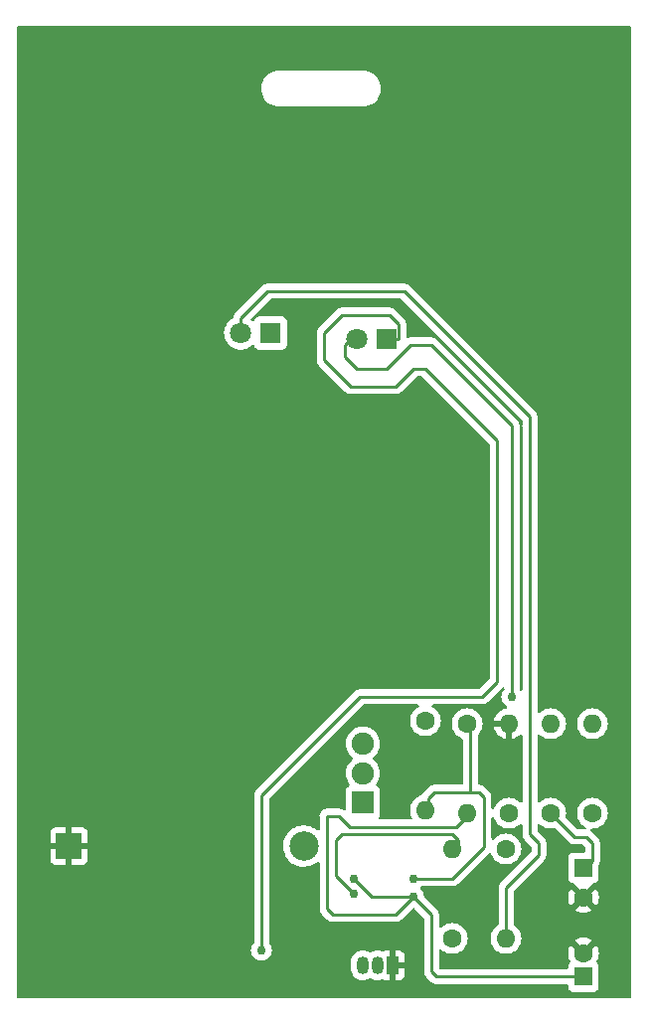
<source format=gbl>
%TF.GenerationSoftware,KiCad,Pcbnew,(6.0.1)*%
%TF.CreationDate,2022-04-29T13:35:18+05:45*%
%TF.ProjectId,555_Badge,3535355f-4261-4646-9765-2e6b69636164,v01*%
%TF.SameCoordinates,Original*%
%TF.FileFunction,Copper,L2,Bot*%
%TF.FilePolarity,Positive*%
%FSLAX46Y46*%
G04 Gerber Fmt 4.6, Leading zero omitted, Abs format (unit mm)*
G04 Created by KiCad (PCBNEW (6.0.1)) date 2022-04-29 13:35:18*
%MOMM*%
%LPD*%
G01*
G04 APERTURE LIST*
%TA.AperFunction,ComponentPad*%
%ADD10C,2.500000*%
%TD*%
%TA.AperFunction,ComponentPad*%
%ADD11R,2.170000X2.170000*%
%TD*%
%TA.AperFunction,ComponentPad*%
%ADD12C,1.900000*%
%TD*%
%TA.AperFunction,ComponentPad*%
%ADD13R,1.900000X1.900000*%
%TD*%
%TA.AperFunction,ComponentPad*%
%ADD14O,1.600000X1.600000*%
%TD*%
%TA.AperFunction,ComponentPad*%
%ADD15C,1.600000*%
%TD*%
%TA.AperFunction,ComponentPad*%
%ADD16R,1.050000X1.500000*%
%TD*%
%TA.AperFunction,ComponentPad*%
%ADD17O,1.050000X1.500000*%
%TD*%
%TA.AperFunction,ComponentPad*%
%ADD18C,1.800000*%
%TD*%
%TA.AperFunction,ComponentPad*%
%ADD19R,1.800000X1.800000*%
%TD*%
%TA.AperFunction,ComponentPad*%
%ADD20R,1.600000X1.600000*%
%TD*%
%TA.AperFunction,ViaPad*%
%ADD21C,0.762000*%
%TD*%
%TA.AperFunction,Conductor*%
%ADD22C,0.254000*%
%TD*%
G04 APERTURE END LIST*
D10*
%TO.P,BAT1,Pos*%
%TO.N,Net-(BAT1-PadPos)*%
X45260300Y-89408000D03*
D11*
%TO.P,BAT1,Neg*%
%TO.N,GND*%
X25260300Y-89408000D03*
%TD*%
D12*
%TO.P,S1,3*%
%TO.N,Net-(BAT1-PadPos)*%
X50292000Y-80692000D03*
%TO.P,S1,2*%
%TO.N,VCC*%
X50292000Y-83192000D03*
D13*
%TO.P,S1,1*%
%TO.N,unconnected-(S1-Pad1)*%
X50292000Y-85692000D03*
%TD*%
D14*
%TO.P,R7,2*%
%TO.N,Net-(D2-Pad2)*%
X69850000Y-78994000D03*
D15*
%TO.P,R7,1*%
%TO.N,VCC*%
X69850000Y-86614000D03*
%TD*%
%TO.P,R6,1*%
%TO.N,VCC*%
X62484000Y-89662000D03*
D14*
%TO.P,R6,2*%
%TO.N,Net-(D1-Pad2)*%
X62484000Y-97282000D03*
%TD*%
%TO.P,R5,2*%
%TO.N,Net-(Q1-Pad2)*%
X66294000Y-78994000D03*
D15*
%TO.P,R5,1*%
%TO.N,Net-(C2-Pad1)*%
X66294000Y-86614000D03*
%TD*%
%TO.P,R4,1*%
%TO.N,Net-(C2-Pad1)*%
X62738000Y-86614000D03*
D14*
%TO.P,R4,2*%
%TO.N,GND*%
X62738000Y-78994000D03*
%TD*%
D15*
%TO.P,R3,1*%
%TO.N,Net-(C2-Pad1)*%
X57912000Y-97282000D03*
D14*
%TO.P,R3,2*%
%TO.N,Net-(R3-Pad2)*%
X57912000Y-89662000D03*
%TD*%
%TO.P,R2,2*%
%TO.N,Net-(C1-Pad1)*%
X59182000Y-86614000D03*
D15*
%TO.P,R2,1*%
%TO.N,Net-(R1-Pad2)*%
X59182000Y-78994000D03*
%TD*%
%TO.P,R1,1*%
%TO.N,VCC*%
X55626000Y-78740000D03*
D14*
%TO.P,R1,2*%
%TO.N,Net-(R1-Pad2)*%
X55626000Y-86360000D03*
%TD*%
D16*
%TO.P,Q1,1,E*%
%TO.N,GND*%
X52832000Y-99568000D03*
D17*
%TO.P,Q1,2,B*%
%TO.N,Net-(Q1-Pad2)*%
X51562000Y-99568000D03*
%TO.P,Q1,3,C*%
%TO.N,Net-(D1-Pad1)*%
X50292000Y-99568000D03*
%TD*%
D18*
%TO.P,D2,2,A*%
%TO.N,Net-(D2-Pad2)*%
X49784000Y-46228000D03*
D19*
%TO.P,D2,1,K*%
%TO.N,Net-(D1-Pad1)*%
X52324000Y-46228000D03*
%TD*%
%TO.P,D1,1,K*%
%TO.N,Net-(D1-Pad1)*%
X42423000Y-45720000D03*
D18*
%TO.P,D1,2,A*%
%TO.N,Net-(D1-Pad2)*%
X39883000Y-45720000D03*
%TD*%
D15*
%TO.P,C2,2*%
%TO.N,GND*%
X69088000Y-93773621D03*
D20*
%TO.P,C2,1*%
%TO.N,Net-(C2-Pad1)*%
X69088000Y-91273621D03*
%TD*%
%TO.P,C1,1*%
%TO.N,Net-(C1-Pad1)*%
X69088000Y-100523112D03*
D15*
%TO.P,C1,2*%
%TO.N,GND*%
X69088000Y-98523112D03*
%TD*%
D21*
%TO.N,Net-(D2-Pad2)*%
X62992000Y-76708000D03*
%TO.N,Net-(D1-Pad1)*%
X41656000Y-98298000D03*
%TO.N,Net-(R3-Pad2)*%
X49530000Y-93472000D03*
%TO.N,Net-(C1-Pad1)*%
X49530000Y-92202000D03*
X54610000Y-93726000D03*
%TO.N,Net-(R1-Pad2)*%
X54610000Y-92202000D03*
%TD*%
D22*
%TO.N,Net-(D1-Pad1)*%
X53340000Y-44958000D02*
X53340000Y-46228000D01*
X52578000Y-44196000D02*
X53340000Y-44958000D01*
X48514000Y-44196000D02*
X52578000Y-44196000D01*
X46990000Y-45720000D02*
X48514000Y-44196000D01*
X46990000Y-48006000D02*
X46990000Y-45720000D01*
X49276000Y-50292000D02*
X46990000Y-48006000D01*
X53086000Y-50292000D02*
X49276000Y-50292000D01*
X53340000Y-46228000D02*
X52324000Y-46228000D01*
X54610000Y-48768000D02*
X53086000Y-50292000D01*
X55626000Y-48768000D02*
X54610000Y-48768000D01*
X61722000Y-54864000D02*
X55626000Y-48768000D01*
X61722000Y-75438000D02*
X61722000Y-54864000D01*
X60452000Y-76708000D02*
X61722000Y-75438000D01*
X50038000Y-76708000D02*
X60452000Y-76708000D01*
X41656000Y-85090000D02*
X50038000Y-76708000D01*
X41656000Y-98298000D02*
X41656000Y-85090000D01*
%TO.N,Net-(D2-Pad2)*%
X49276000Y-46228000D02*
X49784000Y-46228000D01*
X48768000Y-46736000D02*
X49276000Y-46228000D01*
X48768000Y-47752000D02*
X48768000Y-46736000D01*
X49784000Y-48768000D02*
X48768000Y-47752000D01*
X52324000Y-48768000D02*
X49784000Y-48768000D01*
X54356000Y-46736000D02*
X52324000Y-48768000D01*
X56134000Y-46736000D02*
X54356000Y-46736000D01*
X62992000Y-53594000D02*
X56134000Y-46736000D01*
X62992000Y-76708000D02*
X62992000Y-53594000D01*
%TO.N,Net-(D1-Pad2)*%
X62484000Y-92964000D02*
X62484000Y-97282000D01*
X65278000Y-89154000D02*
X65278000Y-90170000D01*
X39883000Y-44445000D02*
X42164000Y-42164000D01*
X64516000Y-52832000D02*
X64516000Y-88392000D01*
X64516000Y-88392000D02*
X65278000Y-89154000D01*
X39883000Y-45720000D02*
X39883000Y-44445000D01*
X53848000Y-42164000D02*
X64516000Y-52832000D01*
X65278000Y-90170000D02*
X62484000Y-92964000D01*
X42164000Y-42164000D02*
X53848000Y-42164000D01*
%TO.N,Net-(C1-Pad1)*%
X56134000Y-100076000D02*
X56581112Y-100523112D01*
X56134000Y-95250000D02*
X56134000Y-100076000D01*
X56581112Y-100523112D02*
X69088000Y-100523112D01*
X54610000Y-93726000D02*
X56134000Y-95250000D01*
X58255489Y-87794511D02*
X59436000Y-86614000D01*
X49186511Y-87794511D02*
X58255489Y-87794511D01*
X48260000Y-86868000D02*
X49186511Y-87794511D01*
X47244000Y-86868000D02*
X48260000Y-86868000D01*
X47244000Y-94742000D02*
X47244000Y-86868000D01*
X47752000Y-95250000D02*
X47244000Y-94742000D01*
X53086000Y-95250000D02*
X47752000Y-95250000D01*
X54610000Y-93726000D02*
X53086000Y-95250000D01*
%TO.N,Net-(R1-Pad2)*%
X59436000Y-84836000D02*
X56388000Y-84836000D01*
X60198000Y-84836000D02*
X59436000Y-84836000D01*
X59436000Y-84836000D02*
X59436000Y-78994000D01*
X55880000Y-85344000D02*
X55880000Y-86614000D01*
X60616511Y-89497489D02*
X60616511Y-85254511D01*
X60616511Y-85254511D02*
X60198000Y-84836000D01*
X57912000Y-92202000D02*
X60616511Y-89497489D01*
X54610000Y-92202000D02*
X57912000Y-92202000D01*
X56388000Y-84836000D02*
X55880000Y-85344000D01*
%TO.N,Net-(R3-Pad2)*%
X58420000Y-89154000D02*
X57912000Y-89662000D01*
X58420000Y-88900000D02*
X58420000Y-89154000D01*
X57912000Y-88392000D02*
X58420000Y-88900000D01*
X48514000Y-88392000D02*
X57912000Y-88392000D01*
X48006000Y-88900000D02*
X48514000Y-88392000D01*
X48006000Y-91948000D02*
X48006000Y-88900000D01*
X49530000Y-93472000D02*
X48006000Y-91948000D01*
%TO.N,Net-(C1-Pad1)*%
X51054000Y-93726000D02*
X54610000Y-93726000D01*
X49530000Y-92202000D02*
X51054000Y-93726000D01*
%TO.N,Net-(C2-Pad1)*%
X69254379Y-91273621D02*
X69088000Y-91273621D01*
X69850000Y-90678000D02*
X69254379Y-91273621D01*
X69850000Y-89154000D02*
X69850000Y-90678000D01*
X69342000Y-88646000D02*
X69850000Y-89154000D01*
X66294000Y-86614000D02*
X68326000Y-88646000D01*
X68326000Y-88646000D02*
X69342000Y-88646000D01*
%TD*%
%TA.AperFunction,Conductor*%
%TO.N,GND*%
G36*
X73094121Y-19578002D02*
G01*
X73140614Y-19631658D01*
X73152000Y-19684000D01*
X73152000Y-102236000D01*
X73131998Y-102304121D01*
X73078342Y-102350614D01*
X73026000Y-102362000D01*
X20954000Y-102362000D01*
X20885879Y-102341998D01*
X20839386Y-102288342D01*
X20828000Y-102236000D01*
X20828000Y-99844004D01*
X49258500Y-99844004D01*
X49273277Y-99994713D01*
X49331858Y-100188742D01*
X49427010Y-100367698D01*
X49430904Y-100372472D01*
X49430905Y-100372474D01*
X49469953Y-100420351D01*
X49555110Y-100524763D01*
X49559857Y-100528690D01*
X49559859Y-100528692D01*
X49706528Y-100650027D01*
X49706531Y-100650029D01*
X49711278Y-100653956D01*
X49889565Y-100750356D01*
X49986373Y-100780323D01*
X50077293Y-100808468D01*
X50077296Y-100808469D01*
X50083180Y-100810290D01*
X50089305Y-100810934D01*
X50089306Y-100810934D01*
X50278622Y-100830832D01*
X50278623Y-100830832D01*
X50284750Y-100831476D01*
X50394090Y-100821525D01*
X50480457Y-100813665D01*
X50480460Y-100813664D01*
X50486596Y-100813106D01*
X50492502Y-100811368D01*
X50492506Y-100811367D01*
X50633909Y-100769749D01*
X50681029Y-100755881D01*
X50686486Y-100753028D01*
X50686489Y-100753027D01*
X50838182Y-100673724D01*
X50860460Y-100662077D01*
X50860462Y-100662077D01*
X50860645Y-100661981D01*
X50860663Y-100662016D01*
X50926441Y-100642111D01*
X50987409Y-100657271D01*
X51159565Y-100750356D01*
X51256373Y-100780323D01*
X51347293Y-100808468D01*
X51347296Y-100808469D01*
X51353180Y-100810290D01*
X51359305Y-100810934D01*
X51359306Y-100810934D01*
X51548622Y-100830832D01*
X51548623Y-100830832D01*
X51554750Y-100831476D01*
X51664090Y-100821525D01*
X51750457Y-100813665D01*
X51750460Y-100813664D01*
X51756596Y-100813106D01*
X51762502Y-100811368D01*
X51762506Y-100811367D01*
X51898558Y-100771324D01*
X51951029Y-100755881D01*
X51951229Y-100756559D01*
X52017273Y-100750044D01*
X52054323Y-100763320D01*
X52068937Y-100771321D01*
X52189394Y-100816478D01*
X52204649Y-100820105D01*
X52255514Y-100825631D01*
X52262328Y-100826000D01*
X52559885Y-100826000D01*
X52575124Y-100821525D01*
X52576329Y-100820135D01*
X52578000Y-100812452D01*
X52578000Y-100807884D01*
X53086000Y-100807884D01*
X53090475Y-100823123D01*
X53091865Y-100824328D01*
X53099548Y-100825999D01*
X53401669Y-100825999D01*
X53408490Y-100825629D01*
X53459352Y-100820105D01*
X53474604Y-100816479D01*
X53595054Y-100771324D01*
X53610649Y-100762786D01*
X53712724Y-100686285D01*
X53725285Y-100673724D01*
X53801786Y-100571649D01*
X53810324Y-100556054D01*
X53855478Y-100435606D01*
X53859105Y-100420351D01*
X53864631Y-100369486D01*
X53865000Y-100362672D01*
X53865000Y-99840115D01*
X53860525Y-99824876D01*
X53859135Y-99823671D01*
X53851452Y-99822000D01*
X53104115Y-99822000D01*
X53088876Y-99826475D01*
X53087671Y-99827865D01*
X53086000Y-99835548D01*
X53086000Y-100807884D01*
X52578000Y-100807884D01*
X52578000Y-100014242D01*
X52578785Y-100000197D01*
X52580088Y-99988580D01*
X52595500Y-99851183D01*
X52595500Y-99295885D01*
X53086000Y-99295885D01*
X53090475Y-99311124D01*
X53091865Y-99312329D01*
X53099548Y-99314000D01*
X53846884Y-99314000D01*
X53862123Y-99309525D01*
X53863328Y-99308135D01*
X53864999Y-99300452D01*
X53864999Y-98773331D01*
X53864629Y-98766510D01*
X53859105Y-98715648D01*
X53855479Y-98700396D01*
X53810324Y-98579946D01*
X53801786Y-98564351D01*
X53725285Y-98462276D01*
X53712724Y-98449715D01*
X53610649Y-98373214D01*
X53595054Y-98364676D01*
X53474606Y-98319522D01*
X53459351Y-98315895D01*
X53408486Y-98310369D01*
X53401672Y-98310000D01*
X53104115Y-98310000D01*
X53088876Y-98314475D01*
X53087671Y-98315865D01*
X53086000Y-98323548D01*
X53086000Y-99295885D01*
X52595500Y-99295885D01*
X52595500Y-99291996D01*
X52580723Y-99141287D01*
X52580032Y-99138998D01*
X52578000Y-99118276D01*
X52578000Y-98328116D01*
X52573525Y-98312877D01*
X52572135Y-98311672D01*
X52564452Y-98310001D01*
X52262331Y-98310001D01*
X52255510Y-98310371D01*
X52204648Y-98315895D01*
X52189396Y-98319521D01*
X52068944Y-98364677D01*
X52053534Y-98373114D01*
X51984177Y-98388284D01*
X51955764Y-98382960D01*
X51946587Y-98380119D01*
X51770820Y-98325710D01*
X51764695Y-98325066D01*
X51764694Y-98325066D01*
X51575378Y-98305168D01*
X51575377Y-98305168D01*
X51569250Y-98304524D01*
X51490709Y-98311672D01*
X51373543Y-98322335D01*
X51373540Y-98322336D01*
X51367404Y-98322894D01*
X51361498Y-98324632D01*
X51361494Y-98324633D01*
X51225442Y-98364676D01*
X51172971Y-98380119D01*
X51167514Y-98382972D01*
X51167511Y-98382973D01*
X51103636Y-98416366D01*
X50993540Y-98473923D01*
X50993538Y-98473923D01*
X50993355Y-98474019D01*
X50993337Y-98473984D01*
X50927559Y-98493889D01*
X50866591Y-98478729D01*
X50857815Y-98473984D01*
X50694435Y-98385644D01*
X50597627Y-98355677D01*
X50506707Y-98327532D01*
X50506704Y-98327531D01*
X50500820Y-98325710D01*
X50494695Y-98325066D01*
X50494694Y-98325066D01*
X50305378Y-98305168D01*
X50305377Y-98305168D01*
X50299250Y-98304524D01*
X50220709Y-98311672D01*
X50103543Y-98322335D01*
X50103540Y-98322336D01*
X50097404Y-98322894D01*
X50091498Y-98324632D01*
X50091494Y-98324633D01*
X49955442Y-98364676D01*
X49902971Y-98380119D01*
X49897514Y-98382972D01*
X49897511Y-98382973D01*
X49833636Y-98416366D01*
X49723355Y-98474019D01*
X49565399Y-98601019D01*
X49435119Y-98756281D01*
X49432155Y-98761673D01*
X49432152Y-98761677D01*
X49340444Y-98928494D01*
X49337477Y-98933891D01*
X49276193Y-99127084D01*
X49275507Y-99133201D01*
X49275506Y-99133205D01*
X49269795Y-99184123D01*
X49258500Y-99284817D01*
X49258500Y-99844004D01*
X20828000Y-99844004D01*
X20828000Y-90537669D01*
X23667301Y-90537669D01*
X23667671Y-90544490D01*
X23673195Y-90595352D01*
X23676821Y-90610604D01*
X23721976Y-90731054D01*
X23730514Y-90746649D01*
X23807015Y-90848724D01*
X23819576Y-90861285D01*
X23921651Y-90937786D01*
X23937246Y-90946324D01*
X24057694Y-90991478D01*
X24072949Y-90995105D01*
X24123814Y-91000631D01*
X24130628Y-91001000D01*
X24988185Y-91001000D01*
X25003424Y-90996525D01*
X25004629Y-90995135D01*
X25006300Y-90987452D01*
X25006300Y-90982884D01*
X25514300Y-90982884D01*
X25518775Y-90998123D01*
X25520165Y-90999328D01*
X25527848Y-91000999D01*
X26389969Y-91000999D01*
X26396790Y-91000629D01*
X26447652Y-90995105D01*
X26462904Y-90991479D01*
X26583354Y-90946324D01*
X26598949Y-90937786D01*
X26701024Y-90861285D01*
X26713585Y-90848724D01*
X26790086Y-90746649D01*
X26798624Y-90731054D01*
X26843778Y-90610606D01*
X26847405Y-90595351D01*
X26852931Y-90544486D01*
X26853300Y-90537672D01*
X26853300Y-89680115D01*
X26848825Y-89664876D01*
X26847435Y-89663671D01*
X26839752Y-89662000D01*
X25532415Y-89662000D01*
X25517176Y-89666475D01*
X25515971Y-89667865D01*
X25514300Y-89675548D01*
X25514300Y-90982884D01*
X25006300Y-90982884D01*
X25006300Y-89680115D01*
X25001825Y-89664876D01*
X25000435Y-89663671D01*
X24992752Y-89662000D01*
X23685416Y-89662000D01*
X23670177Y-89666475D01*
X23668972Y-89667865D01*
X23667301Y-89675548D01*
X23667301Y-90537669D01*
X20828000Y-90537669D01*
X20828000Y-89135885D01*
X23667300Y-89135885D01*
X23671775Y-89151124D01*
X23673165Y-89152329D01*
X23680848Y-89154000D01*
X24988185Y-89154000D01*
X25003424Y-89149525D01*
X25004629Y-89148135D01*
X25006300Y-89140452D01*
X25006300Y-89135885D01*
X25514300Y-89135885D01*
X25518775Y-89151124D01*
X25520165Y-89152329D01*
X25527848Y-89154000D01*
X26835184Y-89154000D01*
X26850423Y-89149525D01*
X26851628Y-89148135D01*
X26853299Y-89140452D01*
X26853299Y-88278331D01*
X26852929Y-88271510D01*
X26847405Y-88220648D01*
X26843779Y-88205396D01*
X26798624Y-88084946D01*
X26790086Y-88069351D01*
X26713585Y-87967276D01*
X26701024Y-87954715D01*
X26598949Y-87878214D01*
X26583354Y-87869676D01*
X26462906Y-87824522D01*
X26447651Y-87820895D01*
X26396786Y-87815369D01*
X26389972Y-87815000D01*
X25532415Y-87815000D01*
X25517176Y-87819475D01*
X25515971Y-87820865D01*
X25514300Y-87828548D01*
X25514300Y-89135885D01*
X25006300Y-89135885D01*
X25006300Y-87833116D01*
X25001825Y-87817877D01*
X25000435Y-87816672D01*
X24992752Y-87815001D01*
X24130631Y-87815001D01*
X24123810Y-87815371D01*
X24072948Y-87820895D01*
X24057696Y-87824521D01*
X23937246Y-87869676D01*
X23921651Y-87878214D01*
X23819576Y-87954715D01*
X23807015Y-87967276D01*
X23730514Y-88069351D01*
X23721976Y-88084946D01*
X23676822Y-88205394D01*
X23673195Y-88220649D01*
X23667669Y-88271514D01*
X23667300Y-88278328D01*
X23667300Y-89135885D01*
X20828000Y-89135885D01*
X20828000Y-45685469D01*
X38470095Y-45685469D01*
X38470392Y-45690622D01*
X38470392Y-45690625D01*
X38483129Y-45911529D01*
X38483427Y-45916697D01*
X38484564Y-45921743D01*
X38484565Y-45921749D01*
X38490104Y-45946327D01*
X38534346Y-46142642D01*
X38536288Y-46147424D01*
X38536289Y-46147428D01*
X38615507Y-46342517D01*
X38621484Y-46357237D01*
X38742501Y-46554719D01*
X38894147Y-46729784D01*
X39072349Y-46877730D01*
X39272322Y-46994584D01*
X39488694Y-47077209D01*
X39493760Y-47078240D01*
X39493761Y-47078240D01*
X39546846Y-47089040D01*
X39715656Y-47123385D01*
X39845089Y-47128131D01*
X39941949Y-47131683D01*
X39941953Y-47131683D01*
X39947113Y-47131872D01*
X39952233Y-47131216D01*
X39952235Y-47131216D01*
X40026166Y-47121745D01*
X40176847Y-47102442D01*
X40181795Y-47100957D01*
X40181802Y-47100956D01*
X40393747Y-47037369D01*
X40398690Y-47035886D01*
X40479236Y-46996427D01*
X40602049Y-46936262D01*
X40602052Y-46936260D01*
X40606684Y-46933991D01*
X40795243Y-46799494D01*
X40840309Y-46754585D01*
X40902681Y-46720669D01*
X40973487Y-46725857D01*
X41030249Y-46768503D01*
X41047231Y-46799607D01*
X41072385Y-46866705D01*
X41159739Y-46983261D01*
X41276295Y-47070615D01*
X41412684Y-47121745D01*
X41474866Y-47128500D01*
X43371134Y-47128500D01*
X43433316Y-47121745D01*
X43569705Y-47070615D01*
X43686261Y-46983261D01*
X43773615Y-46866705D01*
X43824745Y-46730316D01*
X43831500Y-46668134D01*
X43831500Y-44771866D01*
X43824745Y-44709684D01*
X43773615Y-44573295D01*
X43686261Y-44456739D01*
X43569705Y-44369385D01*
X43433316Y-44318255D01*
X43371134Y-44311500D01*
X41474866Y-44311500D01*
X41412684Y-44318255D01*
X41276295Y-44369385D01*
X41159739Y-44456739D01*
X41072385Y-44573295D01*
X41069233Y-44581703D01*
X41069232Y-44581705D01*
X41048538Y-44636906D01*
X41005897Y-44693671D01*
X40939335Y-44718371D01*
X40869986Y-44703164D01*
X40847167Y-44686666D01*
X40846887Y-44686358D01*
X40835741Y-44677555D01*
X40786805Y-44638908D01*
X40745741Y-44580992D01*
X40742509Y-44510069D01*
X40775801Y-44450931D01*
X41552769Y-43673964D01*
X42390328Y-42836405D01*
X42452640Y-42802379D01*
X42479423Y-42799500D01*
X53532578Y-42799500D01*
X53600699Y-42819502D01*
X53621673Y-42836405D01*
X63843595Y-53058327D01*
X63877621Y-53120639D01*
X63880500Y-53147422D01*
X63880500Y-53613829D01*
X63875049Y-53632394D01*
X63878201Y-53638494D01*
X63880500Y-53662455D01*
X63880500Y-76037200D01*
X63860498Y-76105321D01*
X63806842Y-76151814D01*
X63736568Y-76161918D01*
X63671988Y-76132424D01*
X63660887Y-76121536D01*
X63659887Y-76120426D01*
X63629152Y-76056427D01*
X63627500Y-76036090D01*
X63627500Y-53673032D01*
X63628030Y-53661793D01*
X63629709Y-53654281D01*
X63629554Y-53649355D01*
X63632449Y-53642104D01*
X63628562Y-53617787D01*
X63627562Y-53585970D01*
X63627500Y-53582012D01*
X63627500Y-53554017D01*
X63626992Y-53549994D01*
X63626059Y-53538152D01*
X63624914Y-53501720D01*
X63624665Y-53493795D01*
X63618987Y-53474251D01*
X63614977Y-53454888D01*
X63613420Y-53442560D01*
X63613420Y-53442558D01*
X63612427Y-53434701D01*
X63609511Y-53427337D01*
X63609510Y-53427332D01*
X63596093Y-53393444D01*
X63592248Y-53382215D01*
X63582080Y-53347219D01*
X63579869Y-53339607D01*
X63569510Y-53322091D01*
X63560813Y-53304341D01*
X63553319Y-53285412D01*
X63527238Y-53249514D01*
X63520722Y-53239594D01*
X63502173Y-53208229D01*
X63502171Y-53208226D01*
X63498135Y-53201402D01*
X63483747Y-53187014D01*
X63470906Y-53171980D01*
X63463602Y-53161927D01*
X63458942Y-53155513D01*
X63424750Y-53127227D01*
X63415971Y-53119238D01*
X56639250Y-46342517D01*
X56631674Y-46334191D01*
X56627553Y-46327697D01*
X56577734Y-46280914D01*
X56574893Y-46278160D01*
X56555094Y-46258361D01*
X56551969Y-46255937D01*
X56551960Y-46255929D01*
X56551874Y-46255863D01*
X56542849Y-46248155D01*
X56530995Y-46237023D01*
X56510506Y-46217783D01*
X56492669Y-46207977D01*
X56476153Y-46197127D01*
X56460067Y-46184650D01*
X56419334Y-46167024D01*
X56408686Y-46161807D01*
X56382530Y-46147428D01*
X56369803Y-46140431D01*
X56362128Y-46138460D01*
X56362122Y-46138458D01*
X56350089Y-46135369D01*
X56331387Y-46128966D01*
X56312708Y-46120883D01*
X56272913Y-46114580D01*
X56268873Y-46113940D01*
X56257260Y-46111535D01*
X56214282Y-46100500D01*
X56193935Y-46100500D01*
X56174224Y-46098949D01*
X56161950Y-46097005D01*
X56154121Y-46095765D01*
X56146229Y-46096511D01*
X56109944Y-46099941D01*
X56098086Y-46100500D01*
X54435032Y-46100500D01*
X54423793Y-46099970D01*
X54416281Y-46098291D01*
X54408356Y-46098540D01*
X54408355Y-46098540D01*
X54347970Y-46100438D01*
X54344012Y-46100500D01*
X54316017Y-46100500D01*
X54312083Y-46100997D01*
X54312081Y-46100997D01*
X54311994Y-46101008D01*
X54300160Y-46101940D01*
X54255795Y-46103335D01*
X54248182Y-46105547D01*
X54248181Y-46105547D01*
X54236252Y-46109013D01*
X54216888Y-46113023D01*
X54204560Y-46114580D01*
X54204558Y-46114580D01*
X54196701Y-46115573D01*
X54189337Y-46118489D01*
X54189332Y-46118490D01*
X54155444Y-46131907D01*
X54144219Y-46135751D01*
X54140810Y-46136741D01*
X54136657Y-46137948D01*
X54065661Y-46137748D01*
X54006044Y-46099196D01*
X53976732Y-46034532D01*
X53975500Y-46016952D01*
X53975500Y-45037032D01*
X53976030Y-45025793D01*
X53977709Y-45018281D01*
X53975562Y-44949969D01*
X53975500Y-44946012D01*
X53975500Y-44918017D01*
X53974992Y-44913994D01*
X53974059Y-44902152D01*
X53972999Y-44868405D01*
X53972665Y-44857795D01*
X53966987Y-44838251D01*
X53962977Y-44818888D01*
X53961420Y-44806560D01*
X53961420Y-44806558D01*
X53960427Y-44798701D01*
X53957511Y-44791337D01*
X53957510Y-44791332D01*
X53944093Y-44757444D01*
X53940248Y-44746215D01*
X53930081Y-44711222D01*
X53927869Y-44703607D01*
X53921993Y-44693671D01*
X53917512Y-44686094D01*
X53908812Y-44668336D01*
X53904239Y-44656785D01*
X53904235Y-44656779D01*
X53901319Y-44649412D01*
X53893688Y-44638908D01*
X53875236Y-44613512D01*
X53868719Y-44603590D01*
X53850174Y-44572232D01*
X53850171Y-44572228D01*
X53846134Y-44565402D01*
X53831750Y-44551018D01*
X53818909Y-44535984D01*
X53811602Y-44525927D01*
X53806942Y-44519513D01*
X53772750Y-44491227D01*
X53763969Y-44483237D01*
X53083245Y-43802512D01*
X53075675Y-43794193D01*
X53071553Y-43787697D01*
X53045519Y-43763249D01*
X53021735Y-43740915D01*
X53018893Y-43738160D01*
X52999094Y-43718361D01*
X52995969Y-43715937D01*
X52995960Y-43715929D01*
X52995874Y-43715863D01*
X52986849Y-43708155D01*
X52960285Y-43683210D01*
X52954506Y-43677783D01*
X52936669Y-43667977D01*
X52920153Y-43657127D01*
X52904067Y-43644650D01*
X52863334Y-43627024D01*
X52852686Y-43621807D01*
X52823791Y-43605922D01*
X52813803Y-43600431D01*
X52806128Y-43598460D01*
X52806122Y-43598458D01*
X52794089Y-43595369D01*
X52775387Y-43588966D01*
X52756708Y-43580883D01*
X52716913Y-43574580D01*
X52712873Y-43573940D01*
X52701260Y-43571535D01*
X52658282Y-43560500D01*
X52637935Y-43560500D01*
X52618224Y-43558949D01*
X52605950Y-43557005D01*
X52598121Y-43555765D01*
X52590229Y-43556511D01*
X52553944Y-43559941D01*
X52542086Y-43560500D01*
X48593020Y-43560500D01*
X48581791Y-43559971D01*
X48574281Y-43558292D01*
X48566355Y-43558541D01*
X48566354Y-43558541D01*
X48506002Y-43560438D01*
X48502044Y-43560500D01*
X48474017Y-43560500D01*
X48469971Y-43561011D01*
X48458143Y-43561942D01*
X48413795Y-43563336D01*
X48406178Y-43565549D01*
X48394253Y-43569013D01*
X48374894Y-43573022D01*
X48373633Y-43573181D01*
X48354701Y-43575573D01*
X48347337Y-43578489D01*
X48347332Y-43578490D01*
X48325421Y-43587166D01*
X48313428Y-43591914D01*
X48302224Y-43595751D01*
X48259607Y-43608132D01*
X48242094Y-43618489D01*
X48224343Y-43627185D01*
X48212785Y-43631761D01*
X48212780Y-43631764D01*
X48205412Y-43634681D01*
X48198997Y-43639342D01*
X48169507Y-43660767D01*
X48159585Y-43667284D01*
X48128228Y-43685828D01*
X48128225Y-43685830D01*
X48121401Y-43689866D01*
X48107014Y-43704253D01*
X48091980Y-43717094D01*
X48075513Y-43729058D01*
X48070460Y-43735166D01*
X48047228Y-43763249D01*
X48039238Y-43772029D01*
X46596517Y-45214750D01*
X46588191Y-45222326D01*
X46581697Y-45226447D01*
X46576274Y-45232222D01*
X46534915Y-45276265D01*
X46532160Y-45279107D01*
X46512361Y-45298906D01*
X46509937Y-45302031D01*
X46509929Y-45302040D01*
X46509863Y-45302126D01*
X46502155Y-45311151D01*
X46471783Y-45343494D01*
X46467965Y-45350438D01*
X46467964Y-45350440D01*
X46461978Y-45361329D01*
X46451127Y-45377847D01*
X46438650Y-45393933D01*
X46421024Y-45434666D01*
X46415807Y-45445314D01*
X46394431Y-45484197D01*
X46392460Y-45491872D01*
X46392458Y-45491878D01*
X46389369Y-45503911D01*
X46382966Y-45522613D01*
X46374883Y-45541292D01*
X46373644Y-45549117D01*
X46367940Y-45585127D01*
X46365535Y-45596740D01*
X46354500Y-45639718D01*
X46354500Y-45660065D01*
X46352949Y-45679776D01*
X46349765Y-45699879D01*
X46350511Y-45707771D01*
X46353941Y-45744056D01*
X46354500Y-45755914D01*
X46354500Y-47926980D01*
X46353970Y-47938214D01*
X46352292Y-47945719D01*
X46352541Y-47953638D01*
X46354438Y-48014012D01*
X46354500Y-48017969D01*
X46354500Y-48045983D01*
X46354996Y-48049908D01*
X46354996Y-48049909D01*
X46355008Y-48050004D01*
X46355941Y-48061849D01*
X46357335Y-48106205D01*
X46359547Y-48113817D01*
X46363013Y-48125748D01*
X46367023Y-48145112D01*
X46368005Y-48152883D01*
X46369573Y-48165299D01*
X46372489Y-48172663D01*
X46372490Y-48172668D01*
X46385907Y-48206556D01*
X46389752Y-48217785D01*
X46391140Y-48222561D01*
X46402131Y-48260393D01*
X46406169Y-48267220D01*
X46406170Y-48267223D01*
X46412488Y-48277906D01*
X46421188Y-48295664D01*
X46425761Y-48307215D01*
X46425765Y-48307221D01*
X46428681Y-48314588D01*
X46433339Y-48320999D01*
X46433340Y-48321001D01*
X46454764Y-48350488D01*
X46461281Y-48360410D01*
X46479826Y-48391768D01*
X46479829Y-48391772D01*
X46483866Y-48398598D01*
X46498250Y-48412982D01*
X46511091Y-48428016D01*
X46523058Y-48444487D01*
X46529166Y-48449540D01*
X46557255Y-48472777D01*
X46566035Y-48480767D01*
X48770745Y-50685477D01*
X48778322Y-50693803D01*
X48782447Y-50700303D01*
X48788225Y-50705729D01*
X48788226Y-50705730D01*
X48832281Y-50747100D01*
X48835123Y-50749855D01*
X48854906Y-50769638D01*
X48858114Y-50772126D01*
X48867143Y-50779837D01*
X48899494Y-50810217D01*
X48906443Y-50814037D01*
X48917329Y-50820022D01*
X48933853Y-50830876D01*
X48949933Y-50843349D01*
X48957210Y-50846498D01*
X48990650Y-50860969D01*
X49001311Y-50866192D01*
X49033247Y-50883749D01*
X49033252Y-50883751D01*
X49040197Y-50887569D01*
X49047871Y-50889539D01*
X49047878Y-50889542D01*
X49059913Y-50892632D01*
X49078618Y-50899036D01*
X49090013Y-50903967D01*
X49097292Y-50907117D01*
X49112401Y-50909510D01*
X49141127Y-50914060D01*
X49152740Y-50916465D01*
X49195718Y-50927500D01*
X49216065Y-50927500D01*
X49235777Y-50929051D01*
X49255879Y-50932235D01*
X49263771Y-50931489D01*
X49300056Y-50928059D01*
X49311914Y-50927500D01*
X53006980Y-50927500D01*
X53018214Y-50928030D01*
X53025719Y-50929708D01*
X53094012Y-50927562D01*
X53097969Y-50927500D01*
X53125983Y-50927500D01*
X53129908Y-50927004D01*
X53129909Y-50927004D01*
X53130004Y-50926992D01*
X53141849Y-50926059D01*
X53171670Y-50925122D01*
X53178282Y-50924914D01*
X53178283Y-50924914D01*
X53186205Y-50924665D01*
X53205749Y-50918987D01*
X53225112Y-50914977D01*
X53237440Y-50913420D01*
X53237442Y-50913420D01*
X53245299Y-50912427D01*
X53252663Y-50909511D01*
X53252668Y-50909510D01*
X53286556Y-50896093D01*
X53297785Y-50892248D01*
X53314465Y-50887402D01*
X53340393Y-50879869D01*
X53347220Y-50875831D01*
X53347223Y-50875830D01*
X53357906Y-50869512D01*
X53375664Y-50860812D01*
X53387215Y-50856239D01*
X53387221Y-50856235D01*
X53394588Y-50853319D01*
X53403977Y-50846498D01*
X53430488Y-50827236D01*
X53440410Y-50820719D01*
X53471768Y-50802174D01*
X53471772Y-50802171D01*
X53478598Y-50798134D01*
X53492982Y-50783750D01*
X53508016Y-50770909D01*
X53518073Y-50763602D01*
X53524487Y-50758942D01*
X53552778Y-50724744D01*
X53560767Y-50715965D01*
X54836327Y-49440405D01*
X54898639Y-49406379D01*
X54925422Y-49403500D01*
X55310578Y-49403500D01*
X55378699Y-49423502D01*
X55399673Y-49440405D01*
X61049595Y-55090328D01*
X61083621Y-55152640D01*
X61086500Y-55179423D01*
X61086500Y-75122577D01*
X61066498Y-75190698D01*
X61049595Y-75211672D01*
X60225672Y-76035595D01*
X60163360Y-76069621D01*
X60136577Y-76072500D01*
X50117020Y-76072500D01*
X50105786Y-76071970D01*
X50098281Y-76070292D01*
X50030571Y-76072420D01*
X50029988Y-76072438D01*
X50026031Y-76072500D01*
X49998017Y-76072500D01*
X49994092Y-76072996D01*
X49994091Y-76072996D01*
X49993996Y-76073008D01*
X49982151Y-76073941D01*
X49952330Y-76074878D01*
X49945718Y-76075086D01*
X49945717Y-76075086D01*
X49937795Y-76075335D01*
X49918252Y-76081013D01*
X49898888Y-76085023D01*
X49886560Y-76086580D01*
X49886558Y-76086580D01*
X49878701Y-76087573D01*
X49871337Y-76090489D01*
X49871332Y-76090490D01*
X49837444Y-76103907D01*
X49826215Y-76107752D01*
X49809535Y-76112598D01*
X49783607Y-76120131D01*
X49776780Y-76124169D01*
X49776777Y-76124170D01*
X49766094Y-76130488D01*
X49748336Y-76139188D01*
X49736785Y-76143761D01*
X49736779Y-76143765D01*
X49729412Y-76146681D01*
X49723001Y-76151339D01*
X49722999Y-76151340D01*
X49693512Y-76172764D01*
X49683590Y-76179281D01*
X49652232Y-76197826D01*
X49652228Y-76197829D01*
X49645402Y-76201866D01*
X49631018Y-76216250D01*
X49615984Y-76229091D01*
X49599513Y-76241058D01*
X49594460Y-76247166D01*
X49571223Y-76275255D01*
X49563233Y-76284035D01*
X41262517Y-84584750D01*
X41254191Y-84592326D01*
X41247697Y-84596447D01*
X41214607Y-84631684D01*
X41200915Y-84646265D01*
X41198160Y-84649107D01*
X41178361Y-84668906D01*
X41175937Y-84672031D01*
X41175929Y-84672040D01*
X41175863Y-84672126D01*
X41168155Y-84681151D01*
X41137783Y-84713494D01*
X41133965Y-84720438D01*
X41133964Y-84720440D01*
X41127978Y-84731329D01*
X41117127Y-84747847D01*
X41104650Y-84763933D01*
X41087024Y-84804666D01*
X41081807Y-84815314D01*
X41060431Y-84854197D01*
X41058460Y-84861872D01*
X41058458Y-84861878D01*
X41055369Y-84873911D01*
X41048966Y-84892613D01*
X41040883Y-84911292D01*
X41037790Y-84930819D01*
X41033940Y-84955127D01*
X41031535Y-84966740D01*
X41020500Y-85009718D01*
X41020500Y-85030065D01*
X41018949Y-85049776D01*
X41015765Y-85069879D01*
X41016511Y-85077771D01*
X41019941Y-85114056D01*
X41020500Y-85125914D01*
X41020500Y-97626090D01*
X41000498Y-97694211D01*
X40988137Y-97710399D01*
X40932415Y-97772285D01*
X40838925Y-97934215D01*
X40836883Y-97940500D01*
X40791768Y-98079351D01*
X40781145Y-98112044D01*
X40780455Y-98118607D01*
X40780455Y-98118608D01*
X40776241Y-98158704D01*
X40761600Y-98298000D01*
X40762290Y-98304565D01*
X40780101Y-98474019D01*
X40781145Y-98483956D01*
X40783185Y-98490234D01*
X40783185Y-98490235D01*
X40792111Y-98517707D01*
X40838925Y-98661785D01*
X40932415Y-98823715D01*
X40936833Y-98828622D01*
X40936834Y-98828623D01*
X41026759Y-98928494D01*
X41057530Y-98962669D01*
X41208800Y-99072573D01*
X41214828Y-99075257D01*
X41214830Y-99075258D01*
X41373584Y-99145940D01*
X41379615Y-99148625D01*
X41471062Y-99168062D01*
X41556053Y-99186128D01*
X41556057Y-99186128D01*
X41562510Y-99187500D01*
X41749490Y-99187500D01*
X41755943Y-99186128D01*
X41755947Y-99186128D01*
X41840938Y-99168062D01*
X41932385Y-99148625D01*
X41938416Y-99145940D01*
X42097170Y-99075258D01*
X42097172Y-99075257D01*
X42103200Y-99072573D01*
X42254470Y-98962669D01*
X42285242Y-98928494D01*
X42375166Y-98828623D01*
X42375167Y-98828622D01*
X42379585Y-98823715D01*
X42473075Y-98661785D01*
X42519889Y-98517707D01*
X42528815Y-98490235D01*
X42528815Y-98490234D01*
X42530855Y-98483956D01*
X42531900Y-98474019D01*
X42549710Y-98304565D01*
X42550400Y-98298000D01*
X42535759Y-98158704D01*
X42531545Y-98118608D01*
X42531545Y-98118607D01*
X42530855Y-98112044D01*
X42520233Y-98079351D01*
X42475117Y-97940500D01*
X42473075Y-97934215D01*
X42379585Y-97772285D01*
X42323864Y-97710400D01*
X42293147Y-97646393D01*
X42291500Y-97626090D01*
X42291500Y-85405422D01*
X42311502Y-85337301D01*
X42328405Y-85316327D01*
X50264328Y-77380405D01*
X50326640Y-77346379D01*
X50353423Y-77343500D01*
X54956279Y-77343500D01*
X55024400Y-77363502D01*
X55070893Y-77417158D01*
X55080997Y-77487432D01*
X55051503Y-77552012D01*
X55009529Y-77583695D01*
X54974238Y-77600151D01*
X54974233Y-77600154D01*
X54969251Y-77602477D01*
X54873134Y-77669779D01*
X54786211Y-77730643D01*
X54786208Y-77730645D01*
X54781700Y-77733802D01*
X54619802Y-77895700D01*
X54488477Y-78083251D01*
X54486154Y-78088233D01*
X54486151Y-78088238D01*
X54394039Y-78285775D01*
X54391716Y-78290757D01*
X54390294Y-78296065D01*
X54390293Y-78296067D01*
X54377854Y-78342489D01*
X54332457Y-78511913D01*
X54312502Y-78740000D01*
X54332457Y-78968087D01*
X54391716Y-79189243D01*
X54394039Y-79194224D01*
X54394039Y-79194225D01*
X54486151Y-79391762D01*
X54486154Y-79391767D01*
X54488477Y-79396749D01*
X54619802Y-79584300D01*
X54781700Y-79746198D01*
X54786208Y-79749355D01*
X54786211Y-79749357D01*
X54823209Y-79775263D01*
X54969251Y-79877523D01*
X54974233Y-79879846D01*
X54974238Y-79879849D01*
X55156500Y-79964838D01*
X55176757Y-79974284D01*
X55182065Y-79975706D01*
X55182067Y-79975707D01*
X55392598Y-80032119D01*
X55392600Y-80032119D01*
X55397913Y-80033543D01*
X55626000Y-80053498D01*
X55854087Y-80033543D01*
X55859400Y-80032119D01*
X55859402Y-80032119D01*
X56069933Y-79975707D01*
X56069935Y-79975706D01*
X56075243Y-79974284D01*
X56095500Y-79964838D01*
X56277762Y-79879849D01*
X56277767Y-79879846D01*
X56282749Y-79877523D01*
X56428791Y-79775263D01*
X56465789Y-79749357D01*
X56465792Y-79749355D01*
X56470300Y-79746198D01*
X56632198Y-79584300D01*
X56763523Y-79396749D01*
X56765846Y-79391767D01*
X56765849Y-79391762D01*
X56857961Y-79194225D01*
X56857961Y-79194224D01*
X56860284Y-79189243D01*
X56919543Y-78968087D01*
X56939498Y-78740000D01*
X56919543Y-78511913D01*
X56874146Y-78342489D01*
X56861707Y-78296067D01*
X56861706Y-78296065D01*
X56860284Y-78290757D01*
X56857961Y-78285775D01*
X56765849Y-78088238D01*
X56765846Y-78088233D01*
X56763523Y-78083251D01*
X56632198Y-77895700D01*
X56470300Y-77733802D01*
X56465792Y-77730645D01*
X56465789Y-77730643D01*
X56378866Y-77669779D01*
X56282749Y-77602477D01*
X56277767Y-77600154D01*
X56277762Y-77600151D01*
X56242471Y-77583695D01*
X56189186Y-77536778D01*
X56169725Y-77468500D01*
X56190267Y-77400540D01*
X56244290Y-77354475D01*
X56295721Y-77343500D01*
X60372980Y-77343500D01*
X60384214Y-77344030D01*
X60391719Y-77345708D01*
X60460012Y-77343562D01*
X60463969Y-77343500D01*
X60491983Y-77343500D01*
X60495908Y-77343004D01*
X60495909Y-77343004D01*
X60496004Y-77342992D01*
X60507849Y-77342059D01*
X60537670Y-77341122D01*
X60544282Y-77340914D01*
X60544283Y-77340914D01*
X60552205Y-77340665D01*
X60571749Y-77334987D01*
X60591112Y-77330977D01*
X60603440Y-77329420D01*
X60603442Y-77329420D01*
X60611299Y-77328427D01*
X60618663Y-77325511D01*
X60618668Y-77325510D01*
X60652556Y-77312093D01*
X60663785Y-77308248D01*
X60680465Y-77303402D01*
X60706393Y-77295869D01*
X60713220Y-77291831D01*
X60713223Y-77291830D01*
X60723906Y-77285512D01*
X60741664Y-77276812D01*
X60753215Y-77272239D01*
X60753221Y-77272235D01*
X60760588Y-77269319D01*
X60796491Y-77243234D01*
X60806410Y-77236719D01*
X60837768Y-77218174D01*
X60837772Y-77218171D01*
X60844598Y-77214134D01*
X60858982Y-77199750D01*
X60874016Y-77186909D01*
X60884073Y-77179602D01*
X60890487Y-77174942D01*
X60918778Y-77140744D01*
X60926767Y-77131965D01*
X62115477Y-75943255D01*
X62123803Y-75935678D01*
X62130303Y-75931553D01*
X62138649Y-75922665D01*
X62141543Y-75920965D01*
X62141838Y-75920721D01*
X62141877Y-75920769D01*
X62199860Y-75886699D01*
X62270800Y-75889536D01*
X62328945Y-75930275D01*
X62355834Y-75995983D01*
X62356500Y-76008917D01*
X62356500Y-76036090D01*
X62336498Y-76104211D01*
X62324137Y-76120399D01*
X62307220Y-76139188D01*
X62273843Y-76176257D01*
X62268415Y-76182285D01*
X62265112Y-76188006D01*
X62234483Y-76241058D01*
X62174925Y-76344215D01*
X62117145Y-76522044D01*
X62097600Y-76708000D01*
X62117145Y-76893956D01*
X62174925Y-77071785D01*
X62178228Y-77077507D01*
X62178229Y-77077508D01*
X62237173Y-77179602D01*
X62268415Y-77233715D01*
X62272833Y-77238622D01*
X62272834Y-77238623D01*
X62366809Y-77342992D01*
X62393530Y-77372669D01*
X62398869Y-77376548D01*
X62541298Y-77480029D01*
X62584652Y-77536251D01*
X62590727Y-77606988D01*
X62557596Y-77669779D01*
X62499848Y-77703672D01*
X62294239Y-77758764D01*
X62283947Y-77762510D01*
X62086489Y-77854586D01*
X62076993Y-77860069D01*
X61898533Y-77985028D01*
X61890125Y-77992084D01*
X61736084Y-78146125D01*
X61729028Y-78154533D01*
X61604069Y-78332993D01*
X61598586Y-78342489D01*
X61506510Y-78539947D01*
X61502764Y-78550239D01*
X61456606Y-78722503D01*
X61456942Y-78736599D01*
X61464884Y-78740000D01*
X62866000Y-78740000D01*
X62934121Y-78760002D01*
X62980614Y-78813658D01*
X62992000Y-78866000D01*
X62992000Y-80261967D01*
X62995973Y-80275498D01*
X63004522Y-80276727D01*
X63181761Y-80229236D01*
X63192053Y-80225490D01*
X63389511Y-80133414D01*
X63399007Y-80127931D01*
X63577467Y-80002972D01*
X63585875Y-79995916D01*
X63665405Y-79916386D01*
X63727717Y-79882360D01*
X63798532Y-79887425D01*
X63855368Y-79929972D01*
X63880179Y-79996492D01*
X63880500Y-80005481D01*
X63880500Y-85601812D01*
X63860498Y-85669933D01*
X63806842Y-85716426D01*
X63736568Y-85726530D01*
X63671988Y-85697036D01*
X63665405Y-85690907D01*
X63582300Y-85607802D01*
X63577792Y-85604645D01*
X63577789Y-85604643D01*
X63450765Y-85515700D01*
X63394749Y-85476477D01*
X63389767Y-85474154D01*
X63389762Y-85474151D01*
X63192225Y-85382039D01*
X63192224Y-85382039D01*
X63187243Y-85379716D01*
X63181935Y-85378294D01*
X63181933Y-85378293D01*
X62971402Y-85321881D01*
X62971400Y-85321881D01*
X62966087Y-85320457D01*
X62738000Y-85300502D01*
X62509913Y-85320457D01*
X62504600Y-85321881D01*
X62504598Y-85321881D01*
X62294067Y-85378293D01*
X62294065Y-85378294D01*
X62288757Y-85379716D01*
X62283776Y-85382039D01*
X62283775Y-85382039D01*
X62086238Y-85474151D01*
X62086233Y-85474154D01*
X62081251Y-85476477D01*
X62025235Y-85515700D01*
X61898211Y-85604643D01*
X61898208Y-85604645D01*
X61893700Y-85607802D01*
X61731802Y-85769700D01*
X61600477Y-85957251D01*
X61598154Y-85962233D01*
X61598151Y-85962238D01*
X61595500Y-85967924D01*
X61503716Y-86164757D01*
X61502294Y-86170065D01*
X61502293Y-86170067D01*
X61499718Y-86179678D01*
X61462767Y-86240301D01*
X61398906Y-86271322D01*
X61328412Y-86262894D01*
X61273664Y-86217691D01*
X61252011Y-86147067D01*
X61252011Y-85333543D01*
X61252541Y-85322304D01*
X61254220Y-85314792D01*
X61252073Y-85246480D01*
X61252011Y-85242523D01*
X61252011Y-85214528D01*
X61251503Y-85210505D01*
X61250570Y-85198663D01*
X61249425Y-85162231D01*
X61249176Y-85154306D01*
X61243498Y-85134762D01*
X61239488Y-85115399D01*
X61237931Y-85103071D01*
X61237931Y-85103069D01*
X61236938Y-85095212D01*
X61234022Y-85087848D01*
X61234021Y-85087843D01*
X61220604Y-85053955D01*
X61216759Y-85042726D01*
X61206592Y-85007733D01*
X61204380Y-85000118D01*
X61200341Y-84993288D01*
X61194023Y-84982605D01*
X61185323Y-84964847D01*
X61180750Y-84953296D01*
X61180746Y-84953290D01*
X61177830Y-84945923D01*
X61151745Y-84910020D01*
X61145230Y-84900101D01*
X61126685Y-84868743D01*
X61126682Y-84868739D01*
X61122645Y-84861913D01*
X61108261Y-84847529D01*
X61095420Y-84832495D01*
X61088113Y-84822438D01*
X61083453Y-84816024D01*
X61049256Y-84787734D01*
X61040476Y-84779744D01*
X60703250Y-84442518D01*
X60695678Y-84434197D01*
X60691553Y-84427697D01*
X60641733Y-84380913D01*
X60638892Y-84378159D01*
X60619094Y-84358361D01*
X60615969Y-84355937D01*
X60615960Y-84355929D01*
X60615874Y-84355863D01*
X60606849Y-84348155D01*
X60580285Y-84323210D01*
X60574506Y-84317783D01*
X60556669Y-84307977D01*
X60540153Y-84297127D01*
X60524067Y-84284650D01*
X60483334Y-84267024D01*
X60472686Y-84261807D01*
X60443791Y-84245922D01*
X60433803Y-84240431D01*
X60426128Y-84238460D01*
X60426122Y-84238458D01*
X60414089Y-84235369D01*
X60395387Y-84228966D01*
X60376708Y-84220883D01*
X60336913Y-84214580D01*
X60332873Y-84213940D01*
X60321260Y-84211535D01*
X60278282Y-84200500D01*
X60257935Y-84200500D01*
X60238224Y-84198949D01*
X60225950Y-84197005D01*
X60218121Y-84195765D01*
X60210228Y-84196511D01*
X60210223Y-84196511D01*
X60209353Y-84196593D01*
X60208678Y-84196462D01*
X60202306Y-84196262D01*
X60202338Y-84195234D01*
X60139652Y-84183088D01*
X60088318Y-84134044D01*
X60071500Y-84071152D01*
X60071500Y-80007188D01*
X60091502Y-79939067D01*
X60108405Y-79918093D01*
X60188198Y-79838300D01*
X60319523Y-79650749D01*
X60321846Y-79645767D01*
X60321849Y-79645762D01*
X60413961Y-79448225D01*
X60413961Y-79448224D01*
X60416284Y-79443243D01*
X60430079Y-79391762D01*
X60465245Y-79260522D01*
X61455273Y-79260522D01*
X61502764Y-79437761D01*
X61506510Y-79448053D01*
X61598586Y-79645511D01*
X61604069Y-79655007D01*
X61729028Y-79833467D01*
X61736084Y-79841875D01*
X61890125Y-79995916D01*
X61898533Y-80002972D01*
X62076993Y-80127931D01*
X62086489Y-80133414D01*
X62283947Y-80225490D01*
X62294239Y-80229236D01*
X62466503Y-80275394D01*
X62480599Y-80275058D01*
X62484000Y-80267116D01*
X62484000Y-79266115D01*
X62479525Y-79250876D01*
X62478135Y-79249671D01*
X62470452Y-79248000D01*
X61470033Y-79248000D01*
X61456502Y-79251973D01*
X61455273Y-79260522D01*
X60465245Y-79260522D01*
X60474119Y-79227402D01*
X60474119Y-79227400D01*
X60475543Y-79222087D01*
X60495498Y-78994000D01*
X60475543Y-78765913D01*
X60416284Y-78544757D01*
X60321966Y-78342489D01*
X60321849Y-78342238D01*
X60321846Y-78342233D01*
X60319523Y-78337251D01*
X60188198Y-78149700D01*
X60026300Y-77987802D01*
X60021792Y-77984645D01*
X60021789Y-77984643D01*
X59894765Y-77895700D01*
X59838749Y-77856477D01*
X59833767Y-77854154D01*
X59833762Y-77854151D01*
X59636225Y-77762039D01*
X59636224Y-77762039D01*
X59631243Y-77759716D01*
X59625935Y-77758294D01*
X59625933Y-77758293D01*
X59415402Y-77701881D01*
X59415400Y-77701881D01*
X59410087Y-77700457D01*
X59182000Y-77680502D01*
X58953913Y-77700457D01*
X58948600Y-77701881D01*
X58948598Y-77701881D01*
X58738067Y-77758293D01*
X58738065Y-77758294D01*
X58732757Y-77759716D01*
X58727776Y-77762039D01*
X58727775Y-77762039D01*
X58530238Y-77854151D01*
X58530233Y-77854154D01*
X58525251Y-77856477D01*
X58469235Y-77895700D01*
X58342211Y-77984643D01*
X58342208Y-77984645D01*
X58337700Y-77987802D01*
X58175802Y-78149700D01*
X58044477Y-78337251D01*
X58042154Y-78342233D01*
X58042151Y-78342238D01*
X58042034Y-78342489D01*
X57947716Y-78544757D01*
X57888457Y-78765913D01*
X57868502Y-78994000D01*
X57888457Y-79222087D01*
X57889881Y-79227400D01*
X57889881Y-79227402D01*
X57933922Y-79391762D01*
X57947716Y-79443243D01*
X57950039Y-79448224D01*
X57950039Y-79448225D01*
X58042151Y-79645762D01*
X58042154Y-79645767D01*
X58044477Y-79650749D01*
X58175802Y-79838300D01*
X58337700Y-80000198D01*
X58342208Y-80003355D01*
X58342211Y-80003357D01*
X58413136Y-80053019D01*
X58525251Y-80131523D01*
X58727750Y-80225949D01*
X58781035Y-80272866D01*
X58800500Y-80340144D01*
X58800500Y-84074500D01*
X58780498Y-84142621D01*
X58726842Y-84189114D01*
X58674500Y-84200500D01*
X56467020Y-84200500D01*
X56455791Y-84199971D01*
X56448281Y-84198292D01*
X56440355Y-84198541D01*
X56440354Y-84198541D01*
X56380002Y-84200438D01*
X56376044Y-84200500D01*
X56348017Y-84200500D01*
X56343971Y-84201011D01*
X56332143Y-84201942D01*
X56287795Y-84203336D01*
X56280178Y-84205549D01*
X56268253Y-84209013D01*
X56248894Y-84213022D01*
X56247633Y-84213181D01*
X56228701Y-84215573D01*
X56221337Y-84218489D01*
X56221332Y-84218490D01*
X56199421Y-84227166D01*
X56187428Y-84231914D01*
X56176224Y-84235751D01*
X56133607Y-84248132D01*
X56116094Y-84258489D01*
X56098343Y-84267185D01*
X56086785Y-84271761D01*
X56086780Y-84271764D01*
X56079412Y-84274681D01*
X56072997Y-84279342D01*
X56043507Y-84300767D01*
X56033585Y-84307284D01*
X56002228Y-84325828D01*
X56002225Y-84325830D01*
X55995401Y-84329866D01*
X55981014Y-84344253D01*
X55965980Y-84357094D01*
X55949513Y-84369058D01*
X55944460Y-84375166D01*
X55921228Y-84403249D01*
X55913238Y-84412029D01*
X55486517Y-84838750D01*
X55478191Y-84846326D01*
X55471697Y-84850447D01*
X55466274Y-84856222D01*
X55424915Y-84900265D01*
X55422160Y-84903107D01*
X55402361Y-84922906D01*
X55399937Y-84926031D01*
X55399929Y-84926040D01*
X55399863Y-84926126D01*
X55392155Y-84935151D01*
X55361783Y-84967494D01*
X55357965Y-84974438D01*
X55357964Y-84974440D01*
X55351978Y-84985329D01*
X55341127Y-85001847D01*
X55328650Y-85017933D01*
X55325500Y-85025213D01*
X55320004Y-85037913D01*
X55274594Y-85092488D01*
X55236979Y-85109579D01*
X55203870Y-85118451D01*
X55182067Y-85124293D01*
X55182065Y-85124294D01*
X55176757Y-85125716D01*
X55171776Y-85128039D01*
X55171775Y-85128039D01*
X54974238Y-85220151D01*
X54974233Y-85220154D01*
X54969251Y-85222477D01*
X54937788Y-85244508D01*
X54786211Y-85350643D01*
X54786208Y-85350645D01*
X54781700Y-85353802D01*
X54619802Y-85515700D01*
X54488477Y-85703251D01*
X54486154Y-85708233D01*
X54486151Y-85708238D01*
X54455388Y-85774211D01*
X54391716Y-85910757D01*
X54390294Y-85916065D01*
X54390293Y-85916067D01*
X54376398Y-85967924D01*
X54332457Y-86131913D01*
X54312502Y-86360000D01*
X54332457Y-86588087D01*
X54333881Y-86593400D01*
X54333881Y-86593402D01*
X54359801Y-86690134D01*
X54391716Y-86809243D01*
X54394039Y-86814225D01*
X54394041Y-86814230D01*
X54471229Y-86979762D01*
X54481890Y-87049953D01*
X54452910Y-87114766D01*
X54393490Y-87153622D01*
X54357034Y-87159011D01*
X51741922Y-87159011D01*
X51673801Y-87139009D01*
X51627308Y-87085353D01*
X51617204Y-87015079D01*
X51641096Y-86957446D01*
X51687229Y-86895891D01*
X51692615Y-86888705D01*
X51743745Y-86752316D01*
X51750500Y-86690134D01*
X51750500Y-84693866D01*
X51743745Y-84631684D01*
X51692615Y-84495295D01*
X51605261Y-84378739D01*
X51488705Y-84291385D01*
X51480303Y-84288235D01*
X51476089Y-84285928D01*
X51425943Y-84235670D01*
X51410930Y-84166279D01*
X51434276Y-84101883D01*
X51456359Y-84071152D01*
X51546463Y-83945758D01*
X51595240Y-83847067D01*
X51650433Y-83735392D01*
X51650434Y-83735390D01*
X51652727Y-83730750D01*
X51722447Y-83501274D01*
X51753752Y-83263492D01*
X51755499Y-83192000D01*
X51749001Y-83112970D01*
X51736271Y-82958124D01*
X51736270Y-82958118D01*
X51735847Y-82952973D01*
X51677420Y-82720364D01*
X51675364Y-82715634D01*
X51675361Y-82715627D01*
X51583847Y-82505159D01*
X51583845Y-82505156D01*
X51581787Y-82500422D01*
X51564574Y-82473814D01*
X51454325Y-82303396D01*
X51454323Y-82303393D01*
X51451515Y-82299053D01*
X51422580Y-82267253D01*
X51293582Y-82125487D01*
X51293580Y-82125486D01*
X51290104Y-82121665D01*
X51286053Y-82118466D01*
X51286049Y-82118462D01*
X51188946Y-82041775D01*
X51147883Y-81983858D01*
X51144651Y-81912935D01*
X51180276Y-81851523D01*
X51193869Y-81840314D01*
X51232424Y-81812813D01*
X51236627Y-81809815D01*
X51406511Y-81640523D01*
X51546463Y-81445758D01*
X51595240Y-81347067D01*
X51650433Y-81235392D01*
X51650434Y-81235390D01*
X51652727Y-81230750D01*
X51722447Y-81001274D01*
X51753752Y-80763492D01*
X51755499Y-80692000D01*
X51749001Y-80612970D01*
X51736271Y-80458124D01*
X51736270Y-80458118D01*
X51735847Y-80452973D01*
X51706633Y-80336668D01*
X51678679Y-80225375D01*
X51678678Y-80225371D01*
X51677420Y-80220364D01*
X51675364Y-80215634D01*
X51675361Y-80215627D01*
X51583847Y-80005159D01*
X51583845Y-80005156D01*
X51581787Y-80000422D01*
X51564878Y-79974284D01*
X51454325Y-79803396D01*
X51454323Y-79803393D01*
X51451515Y-79799053D01*
X51422580Y-79767253D01*
X51293582Y-79625487D01*
X51293580Y-79625486D01*
X51290104Y-79621665D01*
X51286053Y-79618466D01*
X51286049Y-79618462D01*
X51105946Y-79476226D01*
X51101888Y-79473021D01*
X50891922Y-79357113D01*
X50769458Y-79313746D01*
X50670720Y-79278781D01*
X50670716Y-79278780D01*
X50665845Y-79277055D01*
X50660752Y-79276148D01*
X50660749Y-79276147D01*
X50434816Y-79235902D01*
X50434810Y-79235901D01*
X50429727Y-79234996D01*
X50342460Y-79233930D01*
X50195081Y-79232129D01*
X50195079Y-79232129D01*
X50189911Y-79232066D01*
X49952837Y-79268343D01*
X49724871Y-79342854D01*
X49720279Y-79345244D01*
X49720280Y-79345244D01*
X49522456Y-79448225D01*
X49512136Y-79453597D01*
X49508003Y-79456700D01*
X49508000Y-79456702D01*
X49324480Y-79594493D01*
X49320345Y-79597598D01*
X49154648Y-79770990D01*
X49151734Y-79775262D01*
X49151733Y-79775263D01*
X49106074Y-79842197D01*
X49019495Y-79969117D01*
X49017315Y-79973814D01*
X48945574Y-80128366D01*
X48918516Y-80186656D01*
X48854424Y-80417768D01*
X48828938Y-80656244D01*
X48842744Y-80895680D01*
X48895470Y-81129646D01*
X48985702Y-81351859D01*
X49111014Y-81556351D01*
X49268043Y-81737630D01*
X49391727Y-81840314D01*
X49397807Y-81845362D01*
X49437442Y-81904264D01*
X49438940Y-81975245D01*
X49401825Y-82035768D01*
X49392978Y-82043063D01*
X49320345Y-82097598D01*
X49154648Y-82270990D01*
X49019495Y-82469117D01*
X48918516Y-82686656D01*
X48854424Y-82917768D01*
X48828938Y-83156244D01*
X48842744Y-83395680D01*
X48895470Y-83629646D01*
X48985702Y-83851859D01*
X49111014Y-84056351D01*
X49142671Y-84092896D01*
X49172152Y-84157481D01*
X49162037Y-84227753D01*
X49115535Y-84281401D01*
X49107942Y-84285911D01*
X49103697Y-84288235D01*
X49095295Y-84291385D01*
X48978739Y-84378739D01*
X48891385Y-84495295D01*
X48840255Y-84631684D01*
X48833500Y-84693866D01*
X48833500Y-86246846D01*
X48813498Y-86314967D01*
X48759842Y-86361460D01*
X48689568Y-86371564D01*
X48636962Y-86350212D01*
X48636506Y-86349783D01*
X48618669Y-86339977D01*
X48602153Y-86329127D01*
X48586067Y-86316650D01*
X48545334Y-86299024D01*
X48534686Y-86293807D01*
X48520416Y-86285962D01*
X48495803Y-86272431D01*
X48488128Y-86270460D01*
X48488122Y-86270458D01*
X48476089Y-86267369D01*
X48457387Y-86260966D01*
X48438708Y-86252883D01*
X48404872Y-86247524D01*
X48394873Y-86245940D01*
X48383260Y-86243535D01*
X48340282Y-86232500D01*
X48319935Y-86232500D01*
X48300224Y-86230949D01*
X48287950Y-86229005D01*
X48280121Y-86227765D01*
X48272229Y-86228511D01*
X48235944Y-86231941D01*
X48224086Y-86232500D01*
X47315983Y-86232500D01*
X47292374Y-86230268D01*
X47292009Y-86230198D01*
X47292004Y-86230198D01*
X47284221Y-86228713D01*
X47227987Y-86232251D01*
X47220075Y-86232500D01*
X47204017Y-86232500D01*
X47200083Y-86232997D01*
X47200082Y-86232997D01*
X47188077Y-86234513D01*
X47180201Y-86235257D01*
X47131884Y-86238297D01*
X47131882Y-86238297D01*
X47123973Y-86238795D01*
X47116435Y-86241244D01*
X47116431Y-86241245D01*
X47116080Y-86241359D01*
X47092944Y-86246531D01*
X47092565Y-86246579D01*
X47092560Y-86246580D01*
X47084701Y-86247573D01*
X47077336Y-86250489D01*
X47077332Y-86250490D01*
X47032300Y-86268320D01*
X47024850Y-86271002D01*
X46978806Y-86285962D01*
X46978803Y-86285963D01*
X46971267Y-86288412D01*
X46964580Y-86292655D01*
X46964577Y-86292657D01*
X46964258Y-86292860D01*
X46943128Y-86303626D01*
X46935412Y-86306681D01*
X46928998Y-86311341D01*
X46889823Y-86339803D01*
X46883277Y-86344251D01*
X46842396Y-86370195D01*
X46842393Y-86370198D01*
X46835697Y-86374447D01*
X46830019Y-86380494D01*
X46812224Y-86396182D01*
X46805513Y-86401058D01*
X46769596Y-86444474D01*
X46764364Y-86450408D01*
X46747616Y-86468244D01*
X46725783Y-86491494D01*
X46721965Y-86498438D01*
X46721964Y-86498440D01*
X46721784Y-86498768D01*
X46708456Y-86518379D01*
X46708222Y-86518662D01*
X46708219Y-86518666D01*
X46703165Y-86524776D01*
X46699789Y-86531951D01*
X46679172Y-86575764D01*
X46675590Y-86582796D01*
X46648431Y-86632197D01*
X46646461Y-86639871D01*
X46646460Y-86639873D01*
X46646368Y-86640233D01*
X46638334Y-86662548D01*
X46638176Y-86662884D01*
X46634800Y-86670059D01*
X46633315Y-86677844D01*
X46633314Y-86677847D01*
X46624241Y-86725412D01*
X46622514Y-86733137D01*
X46608500Y-86787718D01*
X46608500Y-86796017D01*
X46606268Y-86819626D01*
X46606198Y-86819991D01*
X46606198Y-86819996D01*
X46604713Y-86827779D01*
X46605269Y-86836609D01*
X46608251Y-86884013D01*
X46608500Y-86891925D01*
X46608500Y-87970338D01*
X46588498Y-88038459D01*
X46534842Y-88084952D01*
X46464568Y-88095056D01*
X46396167Y-88062113D01*
X46373471Y-88040763D01*
X46370063Y-88037557D01*
X46200152Y-87919685D01*
X46159151Y-87891241D01*
X46159148Y-87891239D01*
X46155309Y-87888576D01*
X46149814Y-87885866D01*
X45925081Y-87775040D01*
X45925078Y-87775039D01*
X45920893Y-87772975D01*
X45874749Y-87758204D01*
X45676423Y-87694720D01*
X45671965Y-87693293D01*
X45413993Y-87651279D01*
X45300242Y-87649790D01*
X45157322Y-87647919D01*
X45157319Y-87647919D01*
X45152645Y-87647858D01*
X44893662Y-87683104D01*
X44642733Y-87756243D01*
X44638480Y-87758203D01*
X44638479Y-87758204D01*
X44601959Y-87775040D01*
X44405372Y-87865668D01*
X44366524Y-87891138D01*
X44190704Y-88006410D01*
X44190699Y-88006414D01*
X44186791Y-88008976D01*
X43991794Y-88183018D01*
X43824663Y-88383970D01*
X43813731Y-88401985D01*
X43694740Y-88598077D01*
X43689071Y-88607419D01*
X43587997Y-88848455D01*
X43523659Y-89101783D01*
X43523191Y-89106434D01*
X43523190Y-89106438D01*
X43518852Y-89149525D01*
X43497473Y-89361839D01*
X43497697Y-89366505D01*
X43497697Y-89366511D01*
X43502641Y-89469424D01*
X43510013Y-89622908D01*
X43561004Y-89879256D01*
X43649326Y-90125252D01*
X43651542Y-90129376D01*
X43716507Y-90250282D01*
X43773037Y-90355491D01*
X43775832Y-90359234D01*
X43775834Y-90359237D01*
X43926630Y-90561177D01*
X43926635Y-90561183D01*
X43929422Y-90564915D01*
X43932731Y-90568195D01*
X43932736Y-90568201D01*
X44111726Y-90745635D01*
X44115043Y-90748923D01*
X44118805Y-90751681D01*
X44118808Y-90751684D01*
X44316018Y-90896284D01*
X44325824Y-90903474D01*
X44329967Y-90905654D01*
X44329969Y-90905655D01*
X44552984Y-91022989D01*
X44552989Y-91022991D01*
X44557134Y-91025172D01*
X44803890Y-91111344D01*
X44808483Y-91112216D01*
X45056085Y-91159224D01*
X45056088Y-91159224D01*
X45060674Y-91160095D01*
X45191259Y-91165226D01*
X45317175Y-91170174D01*
X45317181Y-91170174D01*
X45321843Y-91170357D01*
X45401277Y-91161657D01*
X45577007Y-91142412D01*
X45577012Y-91142411D01*
X45581660Y-91141902D01*
X45694416Y-91112216D01*
X45829894Y-91076548D01*
X45829896Y-91076547D01*
X45834417Y-91075357D01*
X45922229Y-91037630D01*
X45957504Y-91022474D01*
X46074562Y-90972182D01*
X46088835Y-90963350D01*
X46292847Y-90837104D01*
X46292848Y-90837104D01*
X46296819Y-90834646D01*
X46300382Y-90831629D01*
X46300387Y-90831626D01*
X46355953Y-90784585D01*
X46401089Y-90746375D01*
X46466004Y-90717627D01*
X46536157Y-90728538D01*
X46589274Y-90775645D01*
X46608500Y-90842542D01*
X46608500Y-94662980D01*
X46607970Y-94674214D01*
X46606292Y-94681719D01*
X46606541Y-94689638D01*
X46608438Y-94750012D01*
X46608500Y-94753969D01*
X46608500Y-94781983D01*
X46608996Y-94785908D01*
X46608996Y-94785909D01*
X46609008Y-94786004D01*
X46609941Y-94797849D01*
X46611335Y-94842205D01*
X46615750Y-94857401D01*
X46617013Y-94861748D01*
X46621023Y-94881112D01*
X46623573Y-94901299D01*
X46626489Y-94908663D01*
X46626490Y-94908668D01*
X46639907Y-94942556D01*
X46643752Y-94953785D01*
X46648335Y-94969558D01*
X46656131Y-94996393D01*
X46660167Y-95003217D01*
X46660170Y-95003223D01*
X46666488Y-95013906D01*
X46675188Y-95031664D01*
X46679761Y-95043215D01*
X46679765Y-95043221D01*
X46682681Y-95050588D01*
X46687339Y-95056999D01*
X46687340Y-95057001D01*
X46708764Y-95086488D01*
X46715281Y-95096410D01*
X46733826Y-95127768D01*
X46733829Y-95127772D01*
X46737866Y-95134598D01*
X46752250Y-95148982D01*
X46765091Y-95164016D01*
X46777058Y-95180487D01*
X46783166Y-95185540D01*
X46811255Y-95208777D01*
X46820035Y-95216767D01*
X47246745Y-95643477D01*
X47254322Y-95651803D01*
X47258447Y-95658303D01*
X47264225Y-95663729D01*
X47264226Y-95663730D01*
X47308281Y-95705100D01*
X47311123Y-95707855D01*
X47330906Y-95727638D01*
X47334114Y-95730126D01*
X47343143Y-95737837D01*
X47375494Y-95768217D01*
X47382443Y-95772037D01*
X47393329Y-95778022D01*
X47409853Y-95788876D01*
X47425933Y-95801349D01*
X47433210Y-95804498D01*
X47466650Y-95818969D01*
X47477311Y-95824192D01*
X47509247Y-95841749D01*
X47509252Y-95841751D01*
X47516197Y-95845569D01*
X47523871Y-95847539D01*
X47523878Y-95847542D01*
X47535913Y-95850632D01*
X47554618Y-95857036D01*
X47566013Y-95861967D01*
X47573292Y-95865117D01*
X47588401Y-95867510D01*
X47617127Y-95872060D01*
X47628740Y-95874465D01*
X47671718Y-95885500D01*
X47692065Y-95885500D01*
X47711777Y-95887051D01*
X47731879Y-95890235D01*
X47739771Y-95889489D01*
X47776056Y-95886059D01*
X47787914Y-95885500D01*
X53006980Y-95885500D01*
X53018214Y-95886030D01*
X53025719Y-95887708D01*
X53094012Y-95885562D01*
X53097969Y-95885500D01*
X53125983Y-95885500D01*
X53129908Y-95885004D01*
X53129909Y-95885004D01*
X53130004Y-95884992D01*
X53141849Y-95884059D01*
X53171670Y-95883122D01*
X53178282Y-95882914D01*
X53178283Y-95882914D01*
X53186205Y-95882665D01*
X53205749Y-95876987D01*
X53225112Y-95872977D01*
X53237440Y-95871420D01*
X53237442Y-95871420D01*
X53245299Y-95870427D01*
X53252663Y-95867511D01*
X53252668Y-95867510D01*
X53286556Y-95854093D01*
X53297785Y-95850248D01*
X53314465Y-95845402D01*
X53340393Y-95837869D01*
X53347220Y-95833831D01*
X53347223Y-95833830D01*
X53357906Y-95827512D01*
X53375664Y-95818812D01*
X53387215Y-95814239D01*
X53387221Y-95814235D01*
X53394588Y-95811319D01*
X53403977Y-95804498D01*
X53430488Y-95785236D01*
X53440410Y-95778719D01*
X53471768Y-95760174D01*
X53471772Y-95760171D01*
X53478598Y-95756134D01*
X53492982Y-95741750D01*
X53508016Y-95728909D01*
X53518073Y-95721602D01*
X53524487Y-95716942D01*
X53552778Y-95682744D01*
X53560767Y-95673965D01*
X54520905Y-94713827D01*
X54583217Y-94679801D01*
X54654032Y-94684866D01*
X54699095Y-94713827D01*
X55461595Y-95476327D01*
X55495621Y-95538639D01*
X55498500Y-95565422D01*
X55498500Y-99996980D01*
X55497970Y-100008214D01*
X55496292Y-100015719D01*
X55496541Y-100023638D01*
X55498438Y-100084012D01*
X55498500Y-100087969D01*
X55498500Y-100115983D01*
X55498996Y-100119908D01*
X55498996Y-100119909D01*
X55499008Y-100120004D01*
X55499941Y-100131849D01*
X55501335Y-100176205D01*
X55506558Y-100194181D01*
X55507013Y-100195748D01*
X55511023Y-100215112D01*
X55513573Y-100235299D01*
X55516489Y-100242663D01*
X55516490Y-100242668D01*
X55529907Y-100276556D01*
X55533752Y-100287785D01*
X55546131Y-100330393D01*
X55550169Y-100337220D01*
X55550170Y-100337223D01*
X55556488Y-100347906D01*
X55565188Y-100365664D01*
X55569761Y-100377215D01*
X55569765Y-100377221D01*
X55572681Y-100384588D01*
X55577339Y-100390999D01*
X55577340Y-100391001D01*
X55598764Y-100420488D01*
X55605281Y-100430410D01*
X55623826Y-100461768D01*
X55623829Y-100461772D01*
X55627866Y-100468598D01*
X55642250Y-100482982D01*
X55655091Y-100498016D01*
X55667058Y-100514487D01*
X55673166Y-100519540D01*
X55701255Y-100542777D01*
X55710035Y-100550767D01*
X56075862Y-100916594D01*
X56083434Y-100924915D01*
X56087559Y-100931415D01*
X56137378Y-100978198D01*
X56140220Y-100980953D01*
X56160018Y-101000751D01*
X56163143Y-101003175D01*
X56163152Y-101003183D01*
X56163238Y-101003249D01*
X56172263Y-101010957D01*
X56204606Y-101041329D01*
X56211550Y-101045147D01*
X56211552Y-101045148D01*
X56222441Y-101051134D01*
X56238959Y-101061985D01*
X56255045Y-101074462D01*
X56295778Y-101092088D01*
X56306426Y-101097305D01*
X56345309Y-101118681D01*
X56352984Y-101120652D01*
X56352990Y-101120654D01*
X56365023Y-101123743D01*
X56383725Y-101130146D01*
X56402404Y-101138229D01*
X56436240Y-101143588D01*
X56446239Y-101145172D01*
X56457852Y-101147577D01*
X56500830Y-101158612D01*
X56521177Y-101158612D01*
X56540889Y-101160163D01*
X56560991Y-101163347D01*
X56568883Y-101162601D01*
X56605168Y-101159171D01*
X56617026Y-101158612D01*
X67653500Y-101158612D01*
X67721621Y-101178614D01*
X67768114Y-101232270D01*
X67779500Y-101284612D01*
X67779500Y-101371246D01*
X67786255Y-101433428D01*
X67837385Y-101569817D01*
X67924739Y-101686373D01*
X68041295Y-101773727D01*
X68177684Y-101824857D01*
X68239866Y-101831612D01*
X69936134Y-101831612D01*
X69998316Y-101824857D01*
X70134705Y-101773727D01*
X70251261Y-101686373D01*
X70338615Y-101569817D01*
X70389745Y-101433428D01*
X70396500Y-101371246D01*
X70396500Y-99674978D01*
X70389745Y-99612796D01*
X70338615Y-99476407D01*
X70304292Y-99430610D01*
X70256645Y-99367034D01*
X70256642Y-99367031D01*
X70251261Y-99359851D01*
X70244081Y-99354470D01*
X70237730Y-99348119D01*
X70239872Y-99345977D01*
X70206436Y-99301266D01*
X70201406Y-99230448D01*
X70219523Y-99189077D01*
X70219182Y-99188880D01*
X70220952Y-99185814D01*
X70221299Y-99185022D01*
X70221929Y-99184123D01*
X70227414Y-99174623D01*
X70319490Y-98977165D01*
X70323236Y-98966873D01*
X70379625Y-98756424D01*
X70381528Y-98745631D01*
X70400517Y-98528587D01*
X70400517Y-98517637D01*
X70381528Y-98300593D01*
X70379625Y-98289800D01*
X70323236Y-98079351D01*
X70319490Y-98069059D01*
X70227414Y-97871601D01*
X70221931Y-97862106D01*
X70185491Y-97810064D01*
X70175012Y-97801688D01*
X70161566Y-97808756D01*
X69177095Y-98793227D01*
X69114783Y-98827253D01*
X69043968Y-98822188D01*
X68998905Y-98793227D01*
X68013713Y-97808035D01*
X68001938Y-97801605D01*
X67989923Y-97810901D01*
X67954069Y-97862106D01*
X67948586Y-97871601D01*
X67856510Y-98069059D01*
X67852764Y-98079351D01*
X67796375Y-98289800D01*
X67794472Y-98300593D01*
X67775483Y-98517637D01*
X67775483Y-98528587D01*
X67794472Y-98745631D01*
X67796375Y-98756424D01*
X67852764Y-98966873D01*
X67856510Y-98977165D01*
X67948586Y-99174623D01*
X67954071Y-99184123D01*
X67954701Y-99185022D01*
X67954856Y-99185482D01*
X67956818Y-99188880D01*
X67956135Y-99189274D01*
X67977388Y-99252296D01*
X67960102Y-99321156D01*
X67937066Y-99346915D01*
X67938270Y-99348119D01*
X67931919Y-99354470D01*
X67924739Y-99359851D01*
X67919358Y-99367031D01*
X67919355Y-99367034D01*
X67871708Y-99430610D01*
X67837385Y-99476407D01*
X67786255Y-99612796D01*
X67779500Y-99674978D01*
X67779500Y-99761612D01*
X67759498Y-99829733D01*
X67705842Y-99876226D01*
X67653500Y-99887612D01*
X56896535Y-99887612D01*
X56828414Y-99867610D01*
X56807397Y-99850664D01*
X56806362Y-99849628D01*
X56772367Y-99787300D01*
X56769500Y-99760576D01*
X56769500Y-98294188D01*
X56789502Y-98226067D01*
X56843158Y-98179574D01*
X56913432Y-98169470D01*
X56978012Y-98198964D01*
X56984595Y-98205093D01*
X57067700Y-98288198D01*
X57072208Y-98291355D01*
X57072211Y-98291357D01*
X57150389Y-98346098D01*
X57255251Y-98419523D01*
X57260233Y-98421846D01*
X57260238Y-98421849D01*
X57406894Y-98490235D01*
X57462757Y-98516284D01*
X57468065Y-98517706D01*
X57468067Y-98517707D01*
X57678598Y-98574119D01*
X57678600Y-98574119D01*
X57683913Y-98575543D01*
X57912000Y-98595498D01*
X58140087Y-98575543D01*
X58145400Y-98574119D01*
X58145402Y-98574119D01*
X58355933Y-98517707D01*
X58355935Y-98517706D01*
X58361243Y-98516284D01*
X58417106Y-98490235D01*
X58563762Y-98421849D01*
X58563767Y-98421846D01*
X58568749Y-98419523D01*
X58673611Y-98346098D01*
X58751789Y-98291357D01*
X58751792Y-98291355D01*
X58756300Y-98288198D01*
X58918198Y-98126300D01*
X59049523Y-97938749D01*
X59051846Y-97933767D01*
X59051849Y-97933762D01*
X59143961Y-97736225D01*
X59143961Y-97736224D01*
X59146284Y-97731243D01*
X59205543Y-97510087D01*
X59225498Y-97282000D01*
X59205543Y-97053913D01*
X59146284Y-96832757D01*
X59054500Y-96635924D01*
X59051849Y-96630238D01*
X59051846Y-96630233D01*
X59049523Y-96625251D01*
X58918198Y-96437700D01*
X58756300Y-96275802D01*
X58751792Y-96272645D01*
X58751789Y-96272643D01*
X58601229Y-96167220D01*
X58568749Y-96144477D01*
X58563767Y-96142154D01*
X58563762Y-96142151D01*
X58366225Y-96050039D01*
X58366224Y-96050039D01*
X58361243Y-96047716D01*
X58355935Y-96046294D01*
X58355933Y-96046293D01*
X58145402Y-95989881D01*
X58145400Y-95989881D01*
X58140087Y-95988457D01*
X57912000Y-95968502D01*
X57683913Y-95988457D01*
X57678600Y-95989881D01*
X57678598Y-95989881D01*
X57468067Y-96046293D01*
X57468065Y-96046294D01*
X57462757Y-96047716D01*
X57457776Y-96050039D01*
X57457775Y-96050039D01*
X57260238Y-96142151D01*
X57260233Y-96142154D01*
X57255251Y-96144477D01*
X57222771Y-96167220D01*
X57072211Y-96272643D01*
X57072208Y-96272645D01*
X57067700Y-96275802D01*
X56984595Y-96358907D01*
X56922283Y-96392933D01*
X56851468Y-96387868D01*
X56794632Y-96345321D01*
X56769821Y-96278801D01*
X56769500Y-96269812D01*
X56769500Y-95329020D01*
X56770029Y-95317791D01*
X56771708Y-95310281D01*
X56769562Y-95242001D01*
X56769500Y-95238044D01*
X56769500Y-95210017D01*
X56768989Y-95205971D01*
X56768057Y-95194136D01*
X56766913Y-95157720D01*
X56766664Y-95149795D01*
X56760987Y-95130253D01*
X56756978Y-95110894D01*
X56756819Y-95109633D01*
X56754427Y-95090701D01*
X56751511Y-95083337D01*
X56751510Y-95083332D01*
X56738088Y-95049435D01*
X56734249Y-95038224D01*
X56721868Y-94995607D01*
X56711511Y-94978093D01*
X56702815Y-94960343D01*
X56698239Y-94948785D01*
X56698236Y-94948780D01*
X56695319Y-94941412D01*
X56674702Y-94913035D01*
X56669233Y-94905507D01*
X56662716Y-94895585D01*
X56644172Y-94864228D01*
X56644170Y-94864225D01*
X56640134Y-94857401D01*
X56625747Y-94843014D01*
X56612906Y-94827980D01*
X56605602Y-94817927D01*
X56600942Y-94811513D01*
X56566750Y-94783227D01*
X56557971Y-94775238D01*
X55535442Y-93752709D01*
X55501416Y-93690397D01*
X55499227Y-93676785D01*
X55485545Y-93546608D01*
X55485545Y-93546607D01*
X55484855Y-93540044D01*
X55427075Y-93362215D01*
X55333585Y-93200285D01*
X55208470Y-93061331D01*
X55203295Y-93057571D01*
X55166096Y-92997194D01*
X55167446Y-92926210D01*
X55203337Y-92870399D01*
X55204526Y-92869535D01*
X55267975Y-92839134D01*
X55288201Y-92837500D01*
X57832980Y-92837500D01*
X57844214Y-92838030D01*
X57851719Y-92839708D01*
X57920012Y-92837562D01*
X57923969Y-92837500D01*
X57951983Y-92837500D01*
X57955908Y-92837004D01*
X57955909Y-92837004D01*
X57956004Y-92836992D01*
X57967849Y-92836059D01*
X57997670Y-92835122D01*
X58004282Y-92834914D01*
X58004283Y-92834914D01*
X58012205Y-92834665D01*
X58031749Y-92828987D01*
X58051112Y-92824977D01*
X58063440Y-92823420D01*
X58063442Y-92823420D01*
X58071299Y-92822427D01*
X58078663Y-92819511D01*
X58078668Y-92819510D01*
X58112556Y-92806093D01*
X58123785Y-92802248D01*
X58140465Y-92797402D01*
X58166393Y-92789869D01*
X58173220Y-92785831D01*
X58173223Y-92785830D01*
X58183906Y-92779512D01*
X58201664Y-92770812D01*
X58213215Y-92766239D01*
X58213221Y-92766235D01*
X58220588Y-92763319D01*
X58228580Y-92757513D01*
X58256488Y-92737236D01*
X58266410Y-92730719D01*
X58297768Y-92712174D01*
X58297772Y-92712171D01*
X58304598Y-92708134D01*
X58318982Y-92693750D01*
X58334016Y-92680909D01*
X58344073Y-92673602D01*
X58350487Y-92668942D01*
X58359877Y-92657592D01*
X58378777Y-92634745D01*
X58386767Y-92625965D01*
X61009994Y-90002739D01*
X61018317Y-89995165D01*
X61024814Y-89991042D01*
X61030241Y-89985262D01*
X61031036Y-89984605D01*
X61096273Y-89956595D01*
X61166298Y-89968301D01*
X61218878Y-90016007D01*
X61233059Y-90049078D01*
X61248038Y-90104979D01*
X61249716Y-90111243D01*
X61252039Y-90116224D01*
X61252039Y-90116225D01*
X61344151Y-90313762D01*
X61344154Y-90313767D01*
X61346477Y-90318749D01*
X61386906Y-90376487D01*
X61470637Y-90496067D01*
X61477802Y-90506300D01*
X61639700Y-90668198D01*
X61644208Y-90671355D01*
X61644211Y-90671357D01*
X61649771Y-90675250D01*
X61827251Y-90799523D01*
X61832233Y-90801846D01*
X61832238Y-90801849D01*
X61965495Y-90863987D01*
X62034757Y-90896284D01*
X62040065Y-90897706D01*
X62040067Y-90897707D01*
X62250598Y-90954119D01*
X62250600Y-90954119D01*
X62255913Y-90955543D01*
X62484000Y-90975498D01*
X62712087Y-90955543D01*
X62717400Y-90954119D01*
X62717402Y-90954119D01*
X62927933Y-90897707D01*
X62927935Y-90897706D01*
X62933243Y-90896284D01*
X63002505Y-90863987D01*
X63135762Y-90801849D01*
X63135767Y-90801846D01*
X63140749Y-90799523D01*
X63318229Y-90675250D01*
X63323789Y-90671357D01*
X63323792Y-90671355D01*
X63328300Y-90668198D01*
X63490198Y-90506300D01*
X63497364Y-90496067D01*
X63581094Y-90376487D01*
X63621523Y-90318749D01*
X63623846Y-90313767D01*
X63623849Y-90313762D01*
X63715961Y-90116225D01*
X63715961Y-90116224D01*
X63718284Y-90111243D01*
X63719963Y-90104979D01*
X63776119Y-89895402D01*
X63776119Y-89895400D01*
X63777543Y-89890087D01*
X63797498Y-89662000D01*
X63777543Y-89433913D01*
X63737640Y-89284995D01*
X63719707Y-89218067D01*
X63719706Y-89218065D01*
X63718284Y-89212757D01*
X63715961Y-89207775D01*
X63623849Y-89010238D01*
X63623846Y-89010233D01*
X63621523Y-89005251D01*
X63542225Y-88892002D01*
X63493357Y-88822211D01*
X63493355Y-88822208D01*
X63490198Y-88817700D01*
X63328300Y-88655802D01*
X63323792Y-88652645D01*
X63323789Y-88652643D01*
X63227180Y-88584997D01*
X63140749Y-88524477D01*
X63135767Y-88522154D01*
X63135762Y-88522151D01*
X62938225Y-88430039D01*
X62938224Y-88430039D01*
X62933243Y-88427716D01*
X62927935Y-88426294D01*
X62927933Y-88426293D01*
X62717402Y-88369881D01*
X62717400Y-88369881D01*
X62712087Y-88368457D01*
X62484000Y-88348502D01*
X62255913Y-88368457D01*
X62250600Y-88369881D01*
X62250598Y-88369881D01*
X62040067Y-88426293D01*
X62040065Y-88426294D01*
X62034757Y-88427716D01*
X62029776Y-88430039D01*
X62029775Y-88430039D01*
X61832238Y-88522151D01*
X61832233Y-88522154D01*
X61827251Y-88524477D01*
X61740820Y-88584997D01*
X61644211Y-88652643D01*
X61644208Y-88652645D01*
X61639700Y-88655802D01*
X61477802Y-88817700D01*
X61474649Y-88822203D01*
X61474529Y-88822346D01*
X61415418Y-88861670D01*
X61344431Y-88862794D01*
X61284104Y-88825360D01*
X61253593Y-88761254D01*
X61252011Y-88741351D01*
X61252011Y-87080933D01*
X61272013Y-87012812D01*
X61325669Y-86966319D01*
X61395943Y-86956215D01*
X61460523Y-86985709D01*
X61499718Y-87048322D01*
X61503716Y-87063243D01*
X61506039Y-87068224D01*
X61506039Y-87068225D01*
X61598151Y-87265762D01*
X61598154Y-87265767D01*
X61600477Y-87270749D01*
X61731802Y-87458300D01*
X61893700Y-87620198D01*
X61898208Y-87623355D01*
X61898211Y-87623357D01*
X61938001Y-87651218D01*
X62081251Y-87751523D01*
X62086233Y-87753846D01*
X62086238Y-87753849D01*
X62251007Y-87830681D01*
X62288757Y-87848284D01*
X62294065Y-87849706D01*
X62294067Y-87849707D01*
X62504598Y-87906119D01*
X62504600Y-87906119D01*
X62509913Y-87907543D01*
X62738000Y-87927498D01*
X62966087Y-87907543D01*
X62971400Y-87906119D01*
X62971402Y-87906119D01*
X63181933Y-87849707D01*
X63181935Y-87849706D01*
X63187243Y-87848284D01*
X63224993Y-87830681D01*
X63389762Y-87753849D01*
X63389767Y-87753846D01*
X63394749Y-87751523D01*
X63537999Y-87651218D01*
X63577789Y-87623357D01*
X63577792Y-87623355D01*
X63582300Y-87620198D01*
X63665405Y-87537093D01*
X63727717Y-87503067D01*
X63798532Y-87508132D01*
X63855368Y-87550679D01*
X63880179Y-87617199D01*
X63880500Y-87626188D01*
X63880500Y-88312980D01*
X63879970Y-88324214D01*
X63878292Y-88331719D01*
X63879491Y-88369881D01*
X63880438Y-88400012D01*
X63880500Y-88403969D01*
X63880500Y-88431983D01*
X63880996Y-88435908D01*
X63880996Y-88435909D01*
X63881008Y-88436004D01*
X63881941Y-88447849D01*
X63883335Y-88492205D01*
X63887750Y-88507401D01*
X63889013Y-88511748D01*
X63893023Y-88531112D01*
X63895573Y-88551299D01*
X63898489Y-88558663D01*
X63898490Y-88558668D01*
X63911907Y-88592556D01*
X63915752Y-88603785D01*
X63918061Y-88611733D01*
X63928131Y-88646393D01*
X63932167Y-88653217D01*
X63932170Y-88653223D01*
X63938488Y-88663906D01*
X63947188Y-88681664D01*
X63951761Y-88693215D01*
X63951765Y-88693221D01*
X63954681Y-88700588D01*
X63959339Y-88706999D01*
X63959340Y-88707001D01*
X63970185Y-88721927D01*
X63977492Y-88731984D01*
X63980764Y-88736488D01*
X63987281Y-88746410D01*
X64005826Y-88777768D01*
X64005829Y-88777772D01*
X64009866Y-88784598D01*
X64024250Y-88798982D01*
X64037091Y-88814016D01*
X64049058Y-88830487D01*
X64076012Y-88852785D01*
X64083250Y-88858773D01*
X64092031Y-88866763D01*
X64605596Y-89380329D01*
X64639621Y-89442641D01*
X64642500Y-89469424D01*
X64642500Y-89854577D01*
X64622498Y-89922698D01*
X64605595Y-89943672D01*
X62090517Y-92458750D01*
X62082191Y-92466326D01*
X62075697Y-92470447D01*
X62070274Y-92476222D01*
X62028915Y-92520265D01*
X62026160Y-92523107D01*
X62006361Y-92542906D01*
X62003937Y-92546031D01*
X62003929Y-92546040D01*
X62003863Y-92546126D01*
X61996155Y-92555151D01*
X61965783Y-92587494D01*
X61961965Y-92594438D01*
X61961964Y-92594440D01*
X61955978Y-92605329D01*
X61945127Y-92621847D01*
X61932650Y-92637933D01*
X61915024Y-92678666D01*
X61909807Y-92689314D01*
X61888431Y-92728197D01*
X61886460Y-92735872D01*
X61886458Y-92735878D01*
X61883369Y-92747911D01*
X61876966Y-92766613D01*
X61868883Y-92785292D01*
X61863524Y-92819128D01*
X61861940Y-92829127D01*
X61859535Y-92840740D01*
X61848500Y-92883718D01*
X61848500Y-92904065D01*
X61846949Y-92923776D01*
X61846090Y-92929198D01*
X61843765Y-92943879D01*
X61844511Y-92951771D01*
X61847941Y-92988056D01*
X61848500Y-92999914D01*
X61848500Y-96064007D01*
X61828498Y-96132128D01*
X61794771Y-96167220D01*
X61644211Y-96272643D01*
X61644208Y-96272645D01*
X61639700Y-96275802D01*
X61477802Y-96437700D01*
X61346477Y-96625251D01*
X61344154Y-96630233D01*
X61344151Y-96630238D01*
X61341500Y-96635924D01*
X61249716Y-96832757D01*
X61190457Y-97053913D01*
X61170502Y-97282000D01*
X61190457Y-97510087D01*
X61249716Y-97731243D01*
X61252039Y-97736224D01*
X61252039Y-97736225D01*
X61344151Y-97933762D01*
X61344154Y-97933767D01*
X61346477Y-97938749D01*
X61477802Y-98126300D01*
X61639700Y-98288198D01*
X61644208Y-98291355D01*
X61644211Y-98291357D01*
X61722389Y-98346098D01*
X61827251Y-98419523D01*
X61832233Y-98421846D01*
X61832238Y-98421849D01*
X61978894Y-98490235D01*
X62034757Y-98516284D01*
X62040065Y-98517706D01*
X62040067Y-98517707D01*
X62250598Y-98574119D01*
X62250600Y-98574119D01*
X62255913Y-98575543D01*
X62484000Y-98595498D01*
X62712087Y-98575543D01*
X62717400Y-98574119D01*
X62717402Y-98574119D01*
X62927933Y-98517707D01*
X62927935Y-98517706D01*
X62933243Y-98516284D01*
X62989106Y-98490235D01*
X63135762Y-98421849D01*
X63135767Y-98421846D01*
X63140749Y-98419523D01*
X63245611Y-98346098D01*
X63323789Y-98291357D01*
X63323792Y-98291355D01*
X63328300Y-98288198D01*
X63490198Y-98126300D01*
X63621523Y-97938749D01*
X63623846Y-97933767D01*
X63623849Y-97933762D01*
X63715961Y-97736225D01*
X63715961Y-97736224D01*
X63718284Y-97731243D01*
X63777543Y-97510087D01*
X63784016Y-97436100D01*
X68366576Y-97436100D01*
X68373644Y-97449546D01*
X69075188Y-98151090D01*
X69089132Y-98158704D01*
X69090965Y-98158573D01*
X69097580Y-98154322D01*
X69803077Y-97448825D01*
X69809507Y-97437050D01*
X69800211Y-97425035D01*
X69749006Y-97389181D01*
X69739511Y-97383698D01*
X69542053Y-97291622D01*
X69531761Y-97287876D01*
X69321312Y-97231487D01*
X69310519Y-97229584D01*
X69093475Y-97210595D01*
X69082525Y-97210595D01*
X68865481Y-97229584D01*
X68854688Y-97231487D01*
X68644239Y-97287876D01*
X68633947Y-97291622D01*
X68436489Y-97383698D01*
X68426994Y-97389181D01*
X68374952Y-97425621D01*
X68366576Y-97436100D01*
X63784016Y-97436100D01*
X63797498Y-97282000D01*
X63777543Y-97053913D01*
X63718284Y-96832757D01*
X63626500Y-96635924D01*
X63623849Y-96630238D01*
X63623846Y-96630233D01*
X63621523Y-96625251D01*
X63490198Y-96437700D01*
X63328300Y-96275802D01*
X63323792Y-96272645D01*
X63323789Y-96272643D01*
X63173229Y-96167220D01*
X63128901Y-96111763D01*
X63119500Y-96064007D01*
X63119500Y-94859683D01*
X68366493Y-94859683D01*
X68375789Y-94871698D01*
X68426994Y-94907552D01*
X68436489Y-94913035D01*
X68633947Y-95005111D01*
X68644239Y-95008857D01*
X68854688Y-95065246D01*
X68865481Y-95067149D01*
X69082525Y-95086138D01*
X69093475Y-95086138D01*
X69310519Y-95067149D01*
X69321312Y-95065246D01*
X69531761Y-95008857D01*
X69542053Y-95005111D01*
X69739511Y-94913035D01*
X69749006Y-94907552D01*
X69801048Y-94871112D01*
X69809424Y-94860633D01*
X69802356Y-94847187D01*
X69100812Y-94145643D01*
X69086868Y-94138029D01*
X69085035Y-94138160D01*
X69078420Y-94142411D01*
X68372923Y-94847908D01*
X68366493Y-94859683D01*
X63119500Y-94859683D01*
X63119500Y-93779096D01*
X67775483Y-93779096D01*
X67794472Y-93996140D01*
X67796375Y-94006933D01*
X67852764Y-94217382D01*
X67856510Y-94227674D01*
X67948586Y-94425132D01*
X67954069Y-94434627D01*
X67990509Y-94486669D01*
X68000988Y-94495045D01*
X68014434Y-94487977D01*
X68715978Y-93786433D01*
X68722356Y-93774753D01*
X69452408Y-93774753D01*
X69452539Y-93776586D01*
X69456790Y-93783201D01*
X70162287Y-94488698D01*
X70174062Y-94495128D01*
X70186077Y-94485832D01*
X70221931Y-94434627D01*
X70227414Y-94425132D01*
X70319490Y-94227674D01*
X70323236Y-94217382D01*
X70379625Y-94006933D01*
X70381528Y-93996140D01*
X70400517Y-93779096D01*
X70400517Y-93768146D01*
X70381528Y-93551102D01*
X70379625Y-93540309D01*
X70323236Y-93329860D01*
X70319490Y-93319568D01*
X70227414Y-93122110D01*
X70221931Y-93112615D01*
X70185491Y-93060573D01*
X70175012Y-93052197D01*
X70161566Y-93059265D01*
X69460022Y-93760809D01*
X69452408Y-93774753D01*
X68722356Y-93774753D01*
X68723592Y-93772489D01*
X68723461Y-93770656D01*
X68719210Y-93764041D01*
X68013713Y-93058544D01*
X68001938Y-93052114D01*
X67989923Y-93061410D01*
X67954069Y-93112615D01*
X67948586Y-93122110D01*
X67856510Y-93319568D01*
X67852764Y-93329860D01*
X67796375Y-93540309D01*
X67794472Y-93551102D01*
X67775483Y-93768146D01*
X67775483Y-93779096D01*
X63119500Y-93779096D01*
X63119500Y-93279422D01*
X63139502Y-93211301D01*
X63156405Y-93190327D01*
X65671483Y-90675250D01*
X65679809Y-90667674D01*
X65686303Y-90663553D01*
X65733086Y-90613734D01*
X65735840Y-90610893D01*
X65755639Y-90591094D01*
X65758063Y-90587969D01*
X65758071Y-90587960D01*
X65758137Y-90587874D01*
X65765845Y-90578849D01*
X65790790Y-90552285D01*
X65796217Y-90546506D01*
X65801076Y-90537669D01*
X65806022Y-90528671D01*
X65816873Y-90512153D01*
X65829350Y-90496067D01*
X65846976Y-90455334D01*
X65852193Y-90444686D01*
X65860869Y-90428904D01*
X65873569Y-90405803D01*
X65875540Y-90398128D01*
X65875542Y-90398122D01*
X65878631Y-90386089D01*
X65885034Y-90367387D01*
X65893117Y-90348708D01*
X65900060Y-90304873D01*
X65902467Y-90293251D01*
X65913500Y-90250282D01*
X65913500Y-90229935D01*
X65915051Y-90210224D01*
X65916995Y-90197950D01*
X65918235Y-90190121D01*
X65914059Y-90145944D01*
X65913500Y-90134086D01*
X65913500Y-89233032D01*
X65914030Y-89221793D01*
X65915709Y-89214281D01*
X65914697Y-89182066D01*
X65913562Y-89145970D01*
X65913500Y-89142012D01*
X65913500Y-89114017D01*
X65912991Y-89109987D01*
X65912059Y-89098152D01*
X65912059Y-89098136D01*
X65910665Y-89053795D01*
X65908330Y-89045756D01*
X65904987Y-89034252D01*
X65900977Y-89014888D01*
X65899420Y-89002560D01*
X65899420Y-89002558D01*
X65898427Y-88994701D01*
X65895511Y-88987337D01*
X65895510Y-88987332D01*
X65882093Y-88953444D01*
X65878248Y-88942215D01*
X65868081Y-88907222D01*
X65865869Y-88899607D01*
X65861830Y-88892777D01*
X65855512Y-88882094D01*
X65846812Y-88864336D01*
X65842239Y-88852785D01*
X65842235Y-88852779D01*
X65839319Y-88845412D01*
X65834659Y-88838997D01*
X65819185Y-88817700D01*
X65813233Y-88809507D01*
X65806719Y-88799590D01*
X65788174Y-88768232D01*
X65788171Y-88768228D01*
X65784134Y-88761402D01*
X65769750Y-88747018D01*
X65756909Y-88731984D01*
X65749602Y-88721927D01*
X65744942Y-88715513D01*
X65710750Y-88687227D01*
X65701969Y-88679237D01*
X65188404Y-88165671D01*
X65154379Y-88103359D01*
X65151500Y-88076576D01*
X65151500Y-87626188D01*
X65171502Y-87558067D01*
X65225158Y-87511574D01*
X65295432Y-87501470D01*
X65360012Y-87530964D01*
X65366595Y-87537093D01*
X65449700Y-87620198D01*
X65454208Y-87623355D01*
X65454211Y-87623357D01*
X65494001Y-87651218D01*
X65637251Y-87751523D01*
X65642233Y-87753846D01*
X65642238Y-87753849D01*
X65807007Y-87830681D01*
X65844757Y-87848284D01*
X65850065Y-87849706D01*
X65850067Y-87849707D01*
X66060598Y-87906119D01*
X66060600Y-87906119D01*
X66065913Y-87907543D01*
X66294000Y-87927498D01*
X66522087Y-87907543D01*
X66527400Y-87906119D01*
X66527402Y-87906119D01*
X66583312Y-87891138D01*
X66654289Y-87892828D01*
X66705018Y-87923750D01*
X67265549Y-88484282D01*
X67820750Y-89039483D01*
X67828326Y-89047809D01*
X67832447Y-89054303D01*
X67838222Y-89059726D01*
X67882265Y-89101085D01*
X67885107Y-89103840D01*
X67904906Y-89123639D01*
X67908031Y-89126063D01*
X67908040Y-89126071D01*
X67908126Y-89126137D01*
X67917151Y-89133845D01*
X67949494Y-89164217D01*
X67956438Y-89168035D01*
X67956440Y-89168036D01*
X67967329Y-89174022D01*
X67983847Y-89184873D01*
X67999933Y-89197350D01*
X68040666Y-89214976D01*
X68051314Y-89220193D01*
X68090197Y-89241569D01*
X68097872Y-89243540D01*
X68097878Y-89243542D01*
X68109911Y-89246631D01*
X68128613Y-89253034D01*
X68147292Y-89261117D01*
X68181128Y-89266476D01*
X68191127Y-89268060D01*
X68202740Y-89270465D01*
X68245718Y-89281500D01*
X68266065Y-89281500D01*
X68285777Y-89283051D01*
X68305879Y-89286235D01*
X68313771Y-89285489D01*
X68350056Y-89282059D01*
X68361914Y-89281500D01*
X69026578Y-89281500D01*
X69094699Y-89301502D01*
X69115673Y-89318405D01*
X69177595Y-89380327D01*
X69211621Y-89442639D01*
X69214500Y-89469422D01*
X69214500Y-89839121D01*
X69194498Y-89907242D01*
X69140842Y-89953735D01*
X69088500Y-89965121D01*
X68239866Y-89965121D01*
X68177684Y-89971876D01*
X68041295Y-90023006D01*
X67924739Y-90110360D01*
X67837385Y-90226916D01*
X67786255Y-90363305D01*
X67779500Y-90425487D01*
X67779500Y-92121755D01*
X67786255Y-92183937D01*
X67837385Y-92320326D01*
X67924739Y-92436882D01*
X68041295Y-92524236D01*
X68177684Y-92575366D01*
X68221252Y-92580099D01*
X68236486Y-92581754D01*
X68236489Y-92581754D01*
X68239866Y-92582121D01*
X68243185Y-92582121D01*
X68310110Y-92605774D01*
X68345804Y-92651777D01*
X68347734Y-92650762D01*
X68353442Y-92661621D01*
X68353632Y-92661866D01*
X68353653Y-92662024D01*
X68373644Y-92700055D01*
X69075188Y-93401599D01*
X69089132Y-93409213D01*
X69090965Y-93409082D01*
X69097580Y-93404831D01*
X69803077Y-92699334D01*
X69825871Y-92657592D01*
X69828047Y-92647592D01*
X69878253Y-92597394D01*
X69931814Y-92582170D01*
X69932719Y-92582121D01*
X69936134Y-92582121D01*
X69939530Y-92581752D01*
X69939532Y-92581752D01*
X69951879Y-92580411D01*
X69998316Y-92575366D01*
X70134705Y-92524236D01*
X70251261Y-92436882D01*
X70338615Y-92320326D01*
X70389745Y-92183937D01*
X70396500Y-92121755D01*
X70396500Y-91041366D01*
X70406861Y-90991329D01*
X70418976Y-90963333D01*
X70424192Y-90952689D01*
X70441749Y-90920753D01*
X70441751Y-90920748D01*
X70445569Y-90913803D01*
X70447539Y-90906129D01*
X70447542Y-90906122D01*
X70450632Y-90894087D01*
X70457036Y-90875382D01*
X70461967Y-90863987D01*
X70465117Y-90856708D01*
X70472060Y-90812873D01*
X70474467Y-90801251D01*
X70474911Y-90799523D01*
X70485500Y-90758282D01*
X70485500Y-90737935D01*
X70487051Y-90718224D01*
X70488995Y-90705950D01*
X70490235Y-90698121D01*
X70486059Y-90653944D01*
X70485500Y-90642086D01*
X70485500Y-89233020D01*
X70486029Y-89221791D01*
X70487708Y-89214281D01*
X70486696Y-89182066D01*
X70485562Y-89146002D01*
X70485500Y-89142044D01*
X70485500Y-89114017D01*
X70484989Y-89109971D01*
X70484057Y-89098136D01*
X70482913Y-89061720D01*
X70482664Y-89053795D01*
X70476987Y-89034253D01*
X70472978Y-89014894D01*
X70472390Y-89010238D01*
X70470427Y-88994701D01*
X70467511Y-88987337D01*
X70467510Y-88987332D01*
X70454088Y-88953435D01*
X70450249Y-88942224D01*
X70437868Y-88899607D01*
X70427511Y-88882093D01*
X70418815Y-88864343D01*
X70414239Y-88852785D01*
X70414236Y-88852780D01*
X70411319Y-88845412D01*
X70388354Y-88813803D01*
X70385233Y-88809507D01*
X70378716Y-88799585D01*
X70360172Y-88768228D01*
X70360170Y-88768225D01*
X70356134Y-88761401D01*
X70341747Y-88747014D01*
X70328906Y-88731980D01*
X70321602Y-88721927D01*
X70316942Y-88715513D01*
X70282750Y-88687227D01*
X70273971Y-88679238D01*
X69847250Y-88252517D01*
X69839674Y-88244191D01*
X69835553Y-88237697D01*
X69785734Y-88190914D01*
X69782893Y-88188160D01*
X69763094Y-88168361D01*
X69759969Y-88165937D01*
X69759960Y-88165929D01*
X69759874Y-88165863D01*
X69750850Y-88158156D01*
X69735051Y-88143320D01*
X69699085Y-88082107D01*
X69701922Y-88011167D01*
X69742662Y-87953023D01*
X69808370Y-87926134D01*
X69832286Y-87925949D01*
X69844515Y-87927019D01*
X69844525Y-87927019D01*
X69850000Y-87927498D01*
X70078087Y-87907543D01*
X70083400Y-87906119D01*
X70083402Y-87906119D01*
X70293933Y-87849707D01*
X70293935Y-87849706D01*
X70299243Y-87848284D01*
X70336993Y-87830681D01*
X70501762Y-87753849D01*
X70501767Y-87753846D01*
X70506749Y-87751523D01*
X70649999Y-87651218D01*
X70689789Y-87623357D01*
X70689792Y-87623355D01*
X70694300Y-87620198D01*
X70856198Y-87458300D01*
X70987523Y-87270749D01*
X70989846Y-87265767D01*
X70989849Y-87265762D01*
X71081961Y-87068225D01*
X71081961Y-87068224D01*
X71084284Y-87063243D01*
X71099821Y-87005261D01*
X71142119Y-86847402D01*
X71142119Y-86847400D01*
X71143543Y-86842087D01*
X71163498Y-86614000D01*
X71143543Y-86385913D01*
X71142091Y-86380494D01*
X71085707Y-86170067D01*
X71085706Y-86170065D01*
X71084284Y-86164757D01*
X70992500Y-85967924D01*
X70989849Y-85962238D01*
X70989846Y-85962233D01*
X70987523Y-85957251D01*
X70856198Y-85769700D01*
X70694300Y-85607802D01*
X70689792Y-85604645D01*
X70689789Y-85604643D01*
X70562765Y-85515700D01*
X70506749Y-85476477D01*
X70501767Y-85474154D01*
X70501762Y-85474151D01*
X70304225Y-85382039D01*
X70304224Y-85382039D01*
X70299243Y-85379716D01*
X70293935Y-85378294D01*
X70293933Y-85378293D01*
X70083402Y-85321881D01*
X70083400Y-85321881D01*
X70078087Y-85320457D01*
X69850000Y-85300502D01*
X69621913Y-85320457D01*
X69616600Y-85321881D01*
X69616598Y-85321881D01*
X69406067Y-85378293D01*
X69406065Y-85378294D01*
X69400757Y-85379716D01*
X69395776Y-85382039D01*
X69395775Y-85382039D01*
X69198238Y-85474151D01*
X69198233Y-85474154D01*
X69193251Y-85476477D01*
X69137235Y-85515700D01*
X69010211Y-85604643D01*
X69010208Y-85604645D01*
X69005700Y-85607802D01*
X68843802Y-85769700D01*
X68712477Y-85957251D01*
X68710154Y-85962233D01*
X68710151Y-85962238D01*
X68707500Y-85967924D01*
X68615716Y-86164757D01*
X68614294Y-86170065D01*
X68614293Y-86170067D01*
X68557909Y-86380494D01*
X68556457Y-86385913D01*
X68536502Y-86614000D01*
X68556457Y-86842087D01*
X68557881Y-86847400D01*
X68557881Y-86847402D01*
X68600180Y-87005261D01*
X68615716Y-87063243D01*
X68618039Y-87068224D01*
X68618039Y-87068225D01*
X68710151Y-87265762D01*
X68710154Y-87265767D01*
X68712477Y-87270749D01*
X68843802Y-87458300D01*
X69005700Y-87620198D01*
X69010208Y-87623355D01*
X69010211Y-87623357D01*
X69050001Y-87651218D01*
X69193251Y-87751523D01*
X69198233Y-87753846D01*
X69198238Y-87753849D01*
X69233529Y-87770305D01*
X69286814Y-87817222D01*
X69306275Y-87885500D01*
X69285733Y-87953460D01*
X69231710Y-87999525D01*
X69180279Y-88010500D01*
X68641422Y-88010500D01*
X68573301Y-87990498D01*
X68552331Y-87973599D01*
X67603748Y-87025015D01*
X67569724Y-86962705D01*
X67571139Y-86903310D01*
X67586118Y-86847409D01*
X67586120Y-86847398D01*
X67587543Y-86842087D01*
X67607498Y-86614000D01*
X67587543Y-86385913D01*
X67586091Y-86380494D01*
X67529707Y-86170067D01*
X67529706Y-86170065D01*
X67528284Y-86164757D01*
X67436500Y-85967924D01*
X67433849Y-85962238D01*
X67433846Y-85962233D01*
X67431523Y-85957251D01*
X67300198Y-85769700D01*
X67138300Y-85607802D01*
X67133792Y-85604645D01*
X67133789Y-85604643D01*
X67006765Y-85515700D01*
X66950749Y-85476477D01*
X66945767Y-85474154D01*
X66945762Y-85474151D01*
X66748225Y-85382039D01*
X66748224Y-85382039D01*
X66743243Y-85379716D01*
X66737935Y-85378294D01*
X66737933Y-85378293D01*
X66527402Y-85321881D01*
X66527400Y-85321881D01*
X66522087Y-85320457D01*
X66294000Y-85300502D01*
X66065913Y-85320457D01*
X66060600Y-85321881D01*
X66060598Y-85321881D01*
X65850067Y-85378293D01*
X65850065Y-85378294D01*
X65844757Y-85379716D01*
X65839776Y-85382039D01*
X65839775Y-85382039D01*
X65642238Y-85474151D01*
X65642233Y-85474154D01*
X65637251Y-85476477D01*
X65581235Y-85515700D01*
X65454211Y-85604643D01*
X65454208Y-85604645D01*
X65449700Y-85607802D01*
X65366595Y-85690907D01*
X65304283Y-85724933D01*
X65233468Y-85719868D01*
X65176632Y-85677321D01*
X65151821Y-85610801D01*
X65151500Y-85601812D01*
X65151500Y-80006188D01*
X65171502Y-79938067D01*
X65225158Y-79891574D01*
X65295432Y-79881470D01*
X65360012Y-79910964D01*
X65366595Y-79917093D01*
X65449700Y-80000198D01*
X65454208Y-80003355D01*
X65454211Y-80003357D01*
X65525136Y-80053019D01*
X65637251Y-80131523D01*
X65642233Y-80133846D01*
X65642238Y-80133849D01*
X65839775Y-80225961D01*
X65844757Y-80228284D01*
X65850065Y-80229706D01*
X65850067Y-80229707D01*
X66060598Y-80286119D01*
X66060600Y-80286119D01*
X66065913Y-80287543D01*
X66294000Y-80307498D01*
X66522087Y-80287543D01*
X66527400Y-80286119D01*
X66527402Y-80286119D01*
X66737933Y-80229707D01*
X66737935Y-80229706D01*
X66743243Y-80228284D01*
X66748225Y-80225961D01*
X66945762Y-80133849D01*
X66945767Y-80133846D01*
X66950749Y-80131523D01*
X67062864Y-80053019D01*
X67133789Y-80003357D01*
X67133792Y-80003355D01*
X67138300Y-80000198D01*
X67300198Y-79838300D01*
X67431523Y-79650749D01*
X67433846Y-79645767D01*
X67433849Y-79645762D01*
X67525961Y-79448225D01*
X67525961Y-79448224D01*
X67528284Y-79443243D01*
X67542079Y-79391762D01*
X67586119Y-79227402D01*
X67586119Y-79227400D01*
X67587543Y-79222087D01*
X67607498Y-78994000D01*
X68536502Y-78994000D01*
X68556457Y-79222087D01*
X68557881Y-79227400D01*
X68557881Y-79227402D01*
X68601922Y-79391762D01*
X68615716Y-79443243D01*
X68618039Y-79448224D01*
X68618039Y-79448225D01*
X68710151Y-79645762D01*
X68710154Y-79645767D01*
X68712477Y-79650749D01*
X68843802Y-79838300D01*
X69005700Y-80000198D01*
X69010208Y-80003355D01*
X69010211Y-80003357D01*
X69081136Y-80053019D01*
X69193251Y-80131523D01*
X69198233Y-80133846D01*
X69198238Y-80133849D01*
X69395775Y-80225961D01*
X69400757Y-80228284D01*
X69406065Y-80229706D01*
X69406067Y-80229707D01*
X69616598Y-80286119D01*
X69616600Y-80286119D01*
X69621913Y-80287543D01*
X69850000Y-80307498D01*
X70078087Y-80287543D01*
X70083400Y-80286119D01*
X70083402Y-80286119D01*
X70293933Y-80229707D01*
X70293935Y-80229706D01*
X70299243Y-80228284D01*
X70304225Y-80225961D01*
X70501762Y-80133849D01*
X70501767Y-80133846D01*
X70506749Y-80131523D01*
X70618864Y-80053019D01*
X70689789Y-80003357D01*
X70689792Y-80003355D01*
X70694300Y-80000198D01*
X70856198Y-79838300D01*
X70987523Y-79650749D01*
X70989846Y-79645767D01*
X70989849Y-79645762D01*
X71081961Y-79448225D01*
X71081961Y-79448224D01*
X71084284Y-79443243D01*
X71098079Y-79391762D01*
X71142119Y-79227402D01*
X71142119Y-79227400D01*
X71143543Y-79222087D01*
X71163498Y-78994000D01*
X71143543Y-78765913D01*
X71084284Y-78544757D01*
X70989966Y-78342489D01*
X70989849Y-78342238D01*
X70989846Y-78342233D01*
X70987523Y-78337251D01*
X70856198Y-78149700D01*
X70694300Y-77987802D01*
X70689792Y-77984645D01*
X70689789Y-77984643D01*
X70562765Y-77895700D01*
X70506749Y-77856477D01*
X70501767Y-77854154D01*
X70501762Y-77854151D01*
X70304225Y-77762039D01*
X70304224Y-77762039D01*
X70299243Y-77759716D01*
X70293935Y-77758294D01*
X70293933Y-77758293D01*
X70083402Y-77701881D01*
X70083400Y-77701881D01*
X70078087Y-77700457D01*
X69850000Y-77680502D01*
X69621913Y-77700457D01*
X69616600Y-77701881D01*
X69616598Y-77701881D01*
X69406067Y-77758293D01*
X69406065Y-77758294D01*
X69400757Y-77759716D01*
X69395776Y-77762039D01*
X69395775Y-77762039D01*
X69198238Y-77854151D01*
X69198233Y-77854154D01*
X69193251Y-77856477D01*
X69137235Y-77895700D01*
X69010211Y-77984643D01*
X69010208Y-77984645D01*
X69005700Y-77987802D01*
X68843802Y-78149700D01*
X68712477Y-78337251D01*
X68710154Y-78342233D01*
X68710151Y-78342238D01*
X68710034Y-78342489D01*
X68615716Y-78544757D01*
X68556457Y-78765913D01*
X68536502Y-78994000D01*
X67607498Y-78994000D01*
X67587543Y-78765913D01*
X67528284Y-78544757D01*
X67433966Y-78342489D01*
X67433849Y-78342238D01*
X67433846Y-78342233D01*
X67431523Y-78337251D01*
X67300198Y-78149700D01*
X67138300Y-77987802D01*
X67133792Y-77984645D01*
X67133789Y-77984643D01*
X67006765Y-77895700D01*
X66950749Y-77856477D01*
X66945767Y-77854154D01*
X66945762Y-77854151D01*
X66748225Y-77762039D01*
X66748224Y-77762039D01*
X66743243Y-77759716D01*
X66737935Y-77758294D01*
X66737933Y-77758293D01*
X66527402Y-77701881D01*
X66527400Y-77701881D01*
X66522087Y-77700457D01*
X66294000Y-77680502D01*
X66065913Y-77700457D01*
X66060600Y-77701881D01*
X66060598Y-77701881D01*
X65850067Y-77758293D01*
X65850065Y-77758294D01*
X65844757Y-77759716D01*
X65839776Y-77762039D01*
X65839775Y-77762039D01*
X65642238Y-77854151D01*
X65642233Y-77854154D01*
X65637251Y-77856477D01*
X65581235Y-77895700D01*
X65454211Y-77984643D01*
X65454208Y-77984645D01*
X65449700Y-77987802D01*
X65366595Y-78070907D01*
X65304283Y-78104933D01*
X65233468Y-78099868D01*
X65176632Y-78057321D01*
X65151821Y-77990801D01*
X65151500Y-77981812D01*
X65151500Y-52911020D01*
X65152030Y-52899786D01*
X65153708Y-52892281D01*
X65151562Y-52823988D01*
X65151500Y-52820031D01*
X65151500Y-52792017D01*
X65150992Y-52787996D01*
X65150058Y-52776144D01*
X65148914Y-52739718D01*
X65148914Y-52739717D01*
X65148665Y-52731795D01*
X65142987Y-52712251D01*
X65138977Y-52692888D01*
X65137420Y-52680560D01*
X65137420Y-52680558D01*
X65136427Y-52672701D01*
X65133511Y-52665337D01*
X65133510Y-52665332D01*
X65120093Y-52631444D01*
X65116248Y-52620215D01*
X65106080Y-52585219D01*
X65103869Y-52577607D01*
X65093510Y-52560091D01*
X65084813Y-52542341D01*
X65077319Y-52523412D01*
X65051240Y-52487517D01*
X65044722Y-52477595D01*
X65026170Y-52446224D01*
X65026166Y-52446219D01*
X65022134Y-52439401D01*
X65007747Y-52425014D01*
X64994906Y-52409980D01*
X64987602Y-52399927D01*
X64982942Y-52393513D01*
X64948750Y-52365227D01*
X64939971Y-52357238D01*
X54353250Y-41770517D01*
X54345674Y-41762191D01*
X54341553Y-41755697D01*
X54291734Y-41708914D01*
X54288893Y-41706160D01*
X54269094Y-41686361D01*
X54265969Y-41683937D01*
X54265960Y-41683929D01*
X54265874Y-41683863D01*
X54256849Y-41676155D01*
X54230285Y-41651210D01*
X54224506Y-41645783D01*
X54206669Y-41635977D01*
X54190153Y-41625127D01*
X54174067Y-41612650D01*
X54133334Y-41595024D01*
X54122686Y-41589807D01*
X54093787Y-41573920D01*
X54083803Y-41568431D01*
X54076128Y-41566460D01*
X54076122Y-41566458D01*
X54064089Y-41563369D01*
X54045387Y-41556966D01*
X54026708Y-41548883D01*
X53986913Y-41542580D01*
X53982873Y-41541940D01*
X53971260Y-41539535D01*
X53928282Y-41528500D01*
X53907935Y-41528500D01*
X53888224Y-41526949D01*
X53875950Y-41525005D01*
X53868121Y-41523765D01*
X53860229Y-41524511D01*
X53823944Y-41527941D01*
X53812086Y-41528500D01*
X42243020Y-41528500D01*
X42231786Y-41527970D01*
X42224281Y-41526292D01*
X42156571Y-41528420D01*
X42155988Y-41528438D01*
X42152031Y-41528500D01*
X42124017Y-41528500D01*
X42120092Y-41528996D01*
X42120091Y-41528996D01*
X42119996Y-41529008D01*
X42108151Y-41529941D01*
X42078330Y-41530878D01*
X42071718Y-41531086D01*
X42071717Y-41531086D01*
X42063795Y-41531335D01*
X42044252Y-41537013D01*
X42024888Y-41541023D01*
X42012560Y-41542580D01*
X42012558Y-41542580D01*
X42004701Y-41543573D01*
X41997337Y-41546489D01*
X41997332Y-41546490D01*
X41963444Y-41559907D01*
X41952215Y-41563752D01*
X41942902Y-41566458D01*
X41909607Y-41576131D01*
X41902781Y-41580168D01*
X41892091Y-41586490D01*
X41874341Y-41595187D01*
X41855412Y-41602681D01*
X41848996Y-41607342D01*
X41848995Y-41607343D01*
X41819519Y-41628759D01*
X41809595Y-41635278D01*
X41778224Y-41653830D01*
X41778219Y-41653834D01*
X41771401Y-41657866D01*
X41757014Y-41672253D01*
X41741980Y-41685094D01*
X41725513Y-41697058D01*
X41720460Y-41703166D01*
X41697228Y-41731249D01*
X41689238Y-41740029D01*
X39489517Y-43939750D01*
X39481191Y-43947326D01*
X39474697Y-43951447D01*
X39469274Y-43957222D01*
X39427915Y-44001265D01*
X39425160Y-44004107D01*
X39405361Y-44023906D01*
X39402937Y-44027031D01*
X39402929Y-44027040D01*
X39402863Y-44027126D01*
X39395155Y-44036151D01*
X39364783Y-44068494D01*
X39360965Y-44075438D01*
X39360964Y-44075440D01*
X39354978Y-44086329D01*
X39344127Y-44102847D01*
X39331650Y-44118933D01*
X39314024Y-44159666D01*
X39308807Y-44170314D01*
X39287431Y-44209197D01*
X39285460Y-44216872D01*
X39285458Y-44216878D01*
X39282369Y-44228911D01*
X39275966Y-44247613D01*
X39267883Y-44266292D01*
X39266644Y-44274117D01*
X39260940Y-44310127D01*
X39258535Y-44321740D01*
X39247500Y-44364718D01*
X39247500Y-44385065D01*
X39245944Y-44404807D01*
X39245720Y-44406219D01*
X39215292Y-44470364D01*
X39179458Y-44498239D01*
X39129872Y-44524052D01*
X39125739Y-44527155D01*
X39125736Y-44527157D01*
X38962908Y-44649412D01*
X38944655Y-44663117D01*
X38784639Y-44830564D01*
X38781725Y-44834836D01*
X38781724Y-44834837D01*
X38724983Y-44918017D01*
X38654119Y-45021899D01*
X38556602Y-45231981D01*
X38494707Y-45455169D01*
X38470095Y-45685469D01*
X20828000Y-45685469D01*
X20828000Y-24892000D01*
X41651287Y-24892000D01*
X41670108Y-25131143D01*
X41671262Y-25135950D01*
X41671263Y-25135956D01*
X41698934Y-25251210D01*
X41726108Y-25364398D01*
X41728001Y-25368969D01*
X41728002Y-25368971D01*
X41739948Y-25397810D01*
X41817907Y-25586021D01*
X41943245Y-25790555D01*
X42099037Y-25972963D01*
X42281445Y-26128755D01*
X42485979Y-26254093D01*
X42490549Y-26255986D01*
X42490553Y-26255988D01*
X42703029Y-26343998D01*
X42707602Y-26345892D01*
X42789625Y-26365584D01*
X42936044Y-26400737D01*
X42936050Y-26400738D01*
X42940857Y-26401892D01*
X43146906Y-26418108D01*
X43157923Y-26419467D01*
X43162658Y-26420264D01*
X43162672Y-26420265D01*
X43167461Y-26421071D01*
X43173760Y-26421148D01*
X43175141Y-26421165D01*
X43175145Y-26421165D01*
X43180000Y-26421224D01*
X43207588Y-26417273D01*
X43225451Y-26416000D01*
X50238793Y-26416000D01*
X50259697Y-26417746D01*
X50279461Y-26421071D01*
X50285581Y-26421146D01*
X50287133Y-26421165D01*
X50287138Y-26421165D01*
X50292000Y-26421224D01*
X50296828Y-26420533D01*
X50297439Y-26420493D01*
X50303908Y-26419776D01*
X50531143Y-26401892D01*
X50535950Y-26400738D01*
X50535956Y-26400737D01*
X50682375Y-26365584D01*
X50764398Y-26345892D01*
X50768971Y-26343998D01*
X50981447Y-26255988D01*
X50981451Y-26255986D01*
X50986021Y-26254093D01*
X51190555Y-26128755D01*
X51372963Y-25972963D01*
X51528755Y-25790555D01*
X51654093Y-25586021D01*
X51732053Y-25397810D01*
X51743998Y-25368971D01*
X51743999Y-25368969D01*
X51745892Y-25364398D01*
X51773066Y-25251210D01*
X51800737Y-25135956D01*
X51800738Y-25135950D01*
X51801892Y-25131143D01*
X51820713Y-24892000D01*
X51801892Y-24652857D01*
X51800738Y-24648050D01*
X51800737Y-24648044D01*
X51747047Y-24424414D01*
X51745892Y-24419602D01*
X51738315Y-24401310D01*
X51655988Y-24202553D01*
X51655986Y-24202549D01*
X51654093Y-24197979D01*
X51528755Y-23993445D01*
X51372963Y-23811037D01*
X51190555Y-23655245D01*
X50986021Y-23529907D01*
X50981451Y-23528014D01*
X50981447Y-23528012D01*
X50768971Y-23440002D01*
X50768969Y-23440001D01*
X50764398Y-23438108D01*
X50682375Y-23418416D01*
X50535956Y-23383263D01*
X50535950Y-23383262D01*
X50531143Y-23382108D01*
X50325094Y-23365892D01*
X50314077Y-23364533D01*
X50309342Y-23363736D01*
X50309328Y-23363735D01*
X50304539Y-23362929D01*
X50298240Y-23362852D01*
X50296859Y-23362835D01*
X50296855Y-23362835D01*
X50292000Y-23362776D01*
X50267715Y-23366254D01*
X50264412Y-23366727D01*
X50246549Y-23368000D01*
X43233207Y-23368000D01*
X43212303Y-23366254D01*
X43200236Y-23364224D01*
X43192539Y-23362929D01*
X43186419Y-23362854D01*
X43184867Y-23362835D01*
X43184862Y-23362835D01*
X43180000Y-23362776D01*
X43175172Y-23363467D01*
X43174561Y-23363507D01*
X43168092Y-23364224D01*
X42940857Y-23382108D01*
X42936050Y-23383262D01*
X42936044Y-23383263D01*
X42789625Y-23418416D01*
X42707602Y-23438108D01*
X42703031Y-23440001D01*
X42703029Y-23440002D01*
X42490553Y-23528012D01*
X42490549Y-23528014D01*
X42485979Y-23529907D01*
X42281445Y-23655245D01*
X42099037Y-23811037D01*
X41943245Y-23993445D01*
X41817907Y-24197979D01*
X41816014Y-24202549D01*
X41816012Y-24202553D01*
X41733685Y-24401310D01*
X41726108Y-24419602D01*
X41724953Y-24424414D01*
X41671263Y-24648044D01*
X41671262Y-24648050D01*
X41670108Y-24652857D01*
X41651287Y-24892000D01*
X20828000Y-24892000D01*
X20828000Y-19684000D01*
X20848002Y-19615879D01*
X20901658Y-19569386D01*
X20954000Y-19558000D01*
X73026000Y-19558000D01*
X73094121Y-19578002D01*
G37*
%TD.AperFunction*%
%TD*%
M02*

</source>
